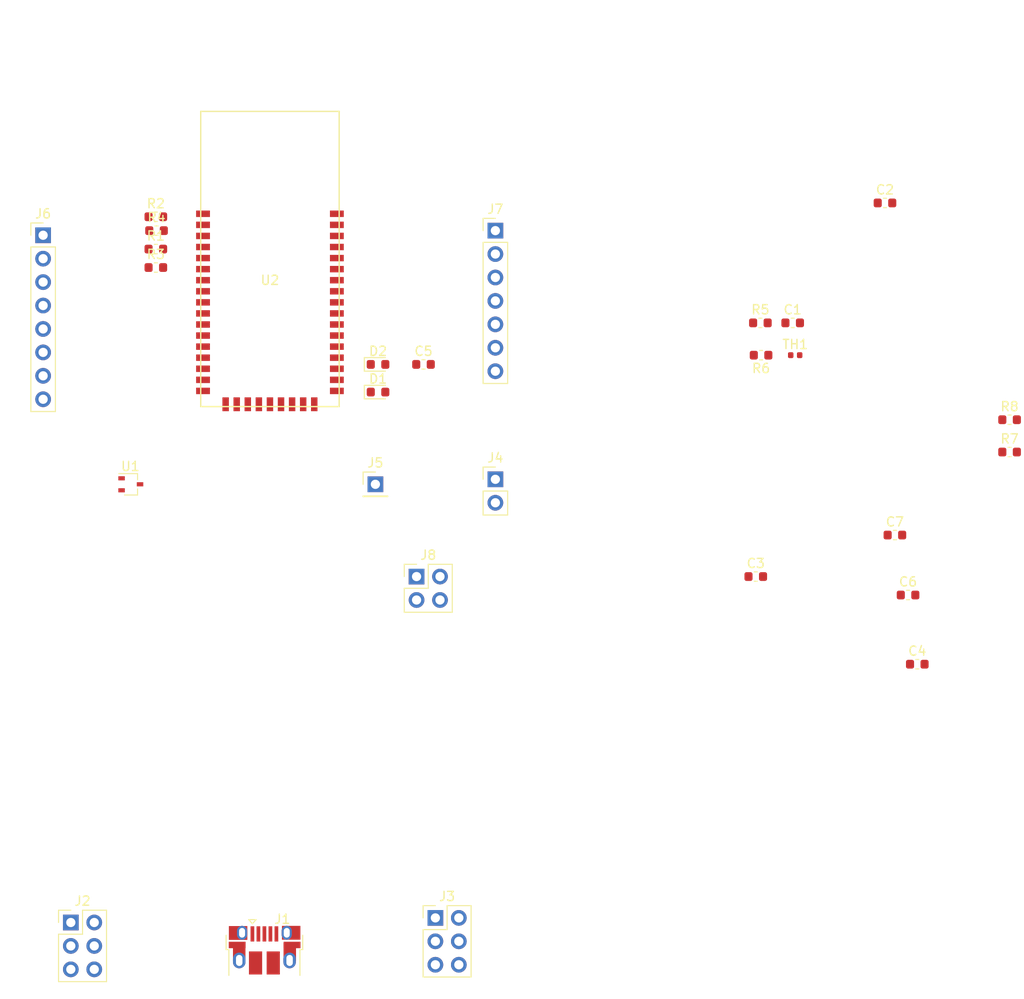
<source format=kicad_pcb>
(kicad_pcb (version 20171130) (host pcbnew "(5.0.1-3-g963ef8bb5)")

  (general
    (thickness 1.6)
    (drawings 0)
    (tracks 0)
    (zones 0)
    (modules 28)
    (nets 41)
  )

  (page A4)
  (layers
    (0 F.Cu signal)
    (31 B.Cu signal)
    (32 B.Adhes user)
    (33 F.Adhes user)
    (34 B.Paste user)
    (35 F.Paste user)
    (36 B.SilkS user)
    (37 F.SilkS user)
    (38 B.Mask user)
    (39 F.Mask user)
    (40 Dwgs.User user)
    (41 Cmts.User user)
    (42 Eco1.User user)
    (43 Eco2.User user)
    (44 Edge.Cuts user)
    (45 Margin user)
    (46 B.CrtYd user)
    (47 F.CrtYd user)
    (48 B.Fab user)
    (49 F.Fab user)
  )

  (setup
    (last_trace_width 0.25)
    (trace_clearance 0.2)
    (zone_clearance 0.508)
    (zone_45_only no)
    (trace_min 0.2)
    (segment_width 0.2)
    (edge_width 0.15)
    (via_size 0.8)
    (via_drill 0.4)
    (via_min_size 0.4)
    (via_min_drill 0.3)
    (uvia_size 0.3)
    (uvia_drill 0.1)
    (uvias_allowed no)
    (uvia_min_size 0.2)
    (uvia_min_drill 0.1)
    (pcb_text_width 0.3)
    (pcb_text_size 1.5 1.5)
    (mod_edge_width 0.15)
    (mod_text_size 1 1)
    (mod_text_width 0.15)
    (pad_size 1.524 1.524)
    (pad_drill 0.762)
    (pad_to_mask_clearance 0.051)
    (solder_mask_min_width 0.25)
    (aux_axis_origin 0 0)
    (visible_elements FFFFFF7F)
    (pcbplotparams
      (layerselection 0x010fc_ffffffff)
      (usegerberextensions false)
      (usegerberattributes false)
      (usegerberadvancedattributes false)
      (creategerberjobfile false)
      (excludeedgelayer true)
      (linewidth 0.100000)
      (plotframeref false)
      (viasonmask false)
      (mode 1)
      (useauxorigin false)
      (hpglpennumber 1)
      (hpglpenspeed 20)
      (hpglpendiameter 15.000000)
      (psnegative false)
      (psa4output false)
      (plotreference true)
      (plotvalue true)
      (plotinvisibletext false)
      (padsonsilk false)
      (subtractmaskfromsilk false)
      (outputformat 1)
      (mirror false)
      (drillshape 1)
      (scaleselection 1)
      (outputdirectory ""))
  )

  (net 0 "")
  (net 1 GND)
  (net 2 +BATT)
  (net 3 VBUS)
  (net 4 +3V3)
  (net 5 "Net-(C6-Pad1)")
  (net 6 "Net-(D1-Pad1)")
  (net 7 "Net-(D2-Pad1)")
  (net 8 /BT_WAKEUP)
  (net 9 /MCU_WAKEUP)
  (net 10 /HCI_RXD)
  (net 11 /HCI_TXD)
  (net 12 "Net-(J3-Pad3)")
  (net 13 "Net-(J3-Pad4)")
  (net 14 "Net-(J3-Pad5)")
  (net 15 "Net-(J3-Pad6)")
  (net 16 "Net-(J5-Pad1)")
  (net 17 "Net-(J6-Pad1)")
  (net 18 "Net-(J6-Pad2)")
  (net 19 "Net-(J6-Pad3)")
  (net 20 "Net-(J6-Pad4)")
  (net 21 "Net-(J6-Pad5)")
  (net 22 "Net-(J6-Pad6)")
  (net 23 "Net-(J6-Pad7)")
  (net 24 "Net-(J6-Pad8)")
  (net 25 "Net-(J7-Pad1)")
  (net 26 "Net-(J7-Pad2)")
  (net 27 "Net-(J7-Pad3)")
  (net 28 "Net-(J7-Pad4)")
  (net 29 "Net-(J7-Pad5)")
  (net 30 "Net-(J7-Pad6)")
  (net 31 "Net-(J7-Pad7)")
  (net 32 "Net-(J8-Pad1)")
  (net 33 "Net-(J8-Pad2)")
  (net 34 /P2_0)
  (net 35 "Net-(J8-Pad4)")
  (net 36 /SCLK)
  (net 37 /SD_IN)
  (net 38 /SD_OUT)
  (net 39 /WS)
  (net 40 "Net-(R6-Pad1)")

  (net_class Default "This is the default net class."
    (clearance 0.2)
    (trace_width 0.25)
    (via_dia 0.8)
    (via_drill 0.4)
    (uvia_dia 0.3)
    (uvia_drill 0.1)
    (add_net +3V3)
    (add_net +BATT)
    (add_net /BT_WAKEUP)
    (add_net /HCI_RXD)
    (add_net /HCI_TXD)
    (add_net /MCU_WAKEUP)
    (add_net /P2_0)
    (add_net /SCLK)
    (add_net /SD_IN)
    (add_net /SD_OUT)
    (add_net /WS)
    (add_net GND)
    (add_net "Net-(C6-Pad1)")
    (add_net "Net-(D1-Pad1)")
    (add_net "Net-(D2-Pad1)")
    (add_net "Net-(J3-Pad3)")
    (add_net "Net-(J3-Pad4)")
    (add_net "Net-(J3-Pad5)")
    (add_net "Net-(J3-Pad6)")
    (add_net "Net-(J5-Pad1)")
    (add_net "Net-(J6-Pad1)")
    (add_net "Net-(J6-Pad2)")
    (add_net "Net-(J6-Pad3)")
    (add_net "Net-(J6-Pad4)")
    (add_net "Net-(J6-Pad5)")
    (add_net "Net-(J6-Pad6)")
    (add_net "Net-(J6-Pad7)")
    (add_net "Net-(J6-Pad8)")
    (add_net "Net-(J7-Pad1)")
    (add_net "Net-(J7-Pad2)")
    (add_net "Net-(J7-Pad3)")
    (add_net "Net-(J7-Pad4)")
    (add_net "Net-(J7-Pad5)")
    (add_net "Net-(J7-Pad6)")
    (add_net "Net-(J7-Pad7)")
    (add_net "Net-(J8-Pad1)")
    (add_net "Net-(J8-Pad2)")
    (add_net "Net-(J8-Pad4)")
    (add_net "Net-(R6-Pad1)")
    (add_net VBUS)
  )

  (module Capacitor_SMD:C_0603_1608Metric (layer F.Cu) (tedit 5B301BBE) (tstamp 5C02456F)
    (at 195.7125 96)
    (descr "Capacitor SMD 0603 (1608 Metric), square (rectangular) end terminal, IPC_7351 nominal, (Body size source: http://www.tortai-tech.com/upload/download/2011102023233369053.pdf), generated with kicad-footprint-generator")
    (tags capacitor)
    (path /5BBF1784)
    (attr smd)
    (fp_text reference C1 (at 0 -1.43) (layer F.SilkS)
      (effects (font (size 1 1) (thickness 0.15)))
    )
    (fp_text value 0.1uF/16V (at 0 1.43) (layer F.Fab)
      (effects (font (size 1 1) (thickness 0.15)))
    )
    (fp_text user %R (at 0 0) (layer F.Fab)
      (effects (font (size 0.4 0.4) (thickness 0.06)))
    )
    (fp_line (start 1.48 0.73) (end -1.48 0.73) (layer F.CrtYd) (width 0.05))
    (fp_line (start 1.48 -0.73) (end 1.48 0.73) (layer F.CrtYd) (width 0.05))
    (fp_line (start -1.48 -0.73) (end 1.48 -0.73) (layer F.CrtYd) (width 0.05))
    (fp_line (start -1.48 0.73) (end -1.48 -0.73) (layer F.CrtYd) (width 0.05))
    (fp_line (start -0.162779 0.51) (end 0.162779 0.51) (layer F.SilkS) (width 0.12))
    (fp_line (start -0.162779 -0.51) (end 0.162779 -0.51) (layer F.SilkS) (width 0.12))
    (fp_line (start 0.8 0.4) (end -0.8 0.4) (layer F.Fab) (width 0.1))
    (fp_line (start 0.8 -0.4) (end 0.8 0.4) (layer F.Fab) (width 0.1))
    (fp_line (start -0.8 -0.4) (end 0.8 -0.4) (layer F.Fab) (width 0.1))
    (fp_line (start -0.8 0.4) (end -0.8 -0.4) (layer F.Fab) (width 0.1))
    (pad 2 smd roundrect (at 0.7875 0) (size 0.875 0.95) (layers F.Cu F.Paste F.Mask) (roundrect_rratio 0.25)
      (net 1 GND))
    (pad 1 smd roundrect (at -0.7875 0) (size 0.875 0.95) (layers F.Cu F.Paste F.Mask) (roundrect_rratio 0.25)
      (net 2 +BATT))
    (model ${KISYS3DMOD}/Capacitor_SMD.3dshapes/C_0603_1608Metric.wrl
      (at (xyz 0 0 0))
      (scale (xyz 1 1 1))
      (rotate (xyz 0 0 0))
    )
  )

  (module Capacitor_SMD:C_0603_1608Metric (layer F.Cu) (tedit 5B301BBE) (tstamp 5C024580)
    (at 205.7125 83)
    (descr "Capacitor SMD 0603 (1608 Metric), square (rectangular) end terminal, IPC_7351 nominal, (Body size source: http://www.tortai-tech.com/upload/download/2011102023233369053.pdf), generated with kicad-footprint-generator")
    (tags capacitor)
    (path /5BBF84DD)
    (attr smd)
    (fp_text reference C2 (at 0 -1.43) (layer F.SilkS)
      (effects (font (size 1 1) (thickness 0.15)))
    )
    (fp_text value 0.1uF/16V (at 0 1.43) (layer F.Fab)
      (effects (font (size 1 1) (thickness 0.15)))
    )
    (fp_line (start -0.8 0.4) (end -0.8 -0.4) (layer F.Fab) (width 0.1))
    (fp_line (start -0.8 -0.4) (end 0.8 -0.4) (layer F.Fab) (width 0.1))
    (fp_line (start 0.8 -0.4) (end 0.8 0.4) (layer F.Fab) (width 0.1))
    (fp_line (start 0.8 0.4) (end -0.8 0.4) (layer F.Fab) (width 0.1))
    (fp_line (start -0.162779 -0.51) (end 0.162779 -0.51) (layer F.SilkS) (width 0.12))
    (fp_line (start -0.162779 0.51) (end 0.162779 0.51) (layer F.SilkS) (width 0.12))
    (fp_line (start -1.48 0.73) (end -1.48 -0.73) (layer F.CrtYd) (width 0.05))
    (fp_line (start -1.48 -0.73) (end 1.48 -0.73) (layer F.CrtYd) (width 0.05))
    (fp_line (start 1.48 -0.73) (end 1.48 0.73) (layer F.CrtYd) (width 0.05))
    (fp_line (start 1.48 0.73) (end -1.48 0.73) (layer F.CrtYd) (width 0.05))
    (fp_text user %R (at 0 0) (layer F.Fab)
      (effects (font (size 0.4 0.4) (thickness 0.06)))
    )
    (pad 1 smd roundrect (at -0.7875 0) (size 0.875 0.95) (layers F.Cu F.Paste F.Mask) (roundrect_rratio 0.25)
      (net 3 VBUS))
    (pad 2 smd roundrect (at 0.7875 0) (size 0.875 0.95) (layers F.Cu F.Paste F.Mask) (roundrect_rratio 0.25)
      (net 1 GND))
    (model ${KISYS3DMOD}/Capacitor_SMD.3dshapes/C_0603_1608Metric.wrl
      (at (xyz 0 0 0))
      (scale (xyz 1 1 1))
      (rotate (xyz 0 0 0))
    )
  )

  (module Capacitor_SMD:C_0603_1608Metric (layer F.Cu) (tedit 5B301BBE) (tstamp 5C024591)
    (at 191.7125 123.5)
    (descr "Capacitor SMD 0603 (1608 Metric), square (rectangular) end terminal, IPC_7351 nominal, (Body size source: http://www.tortai-tech.com/upload/download/2011102023233369053.pdf), generated with kicad-footprint-generator")
    (tags capacitor)
    (path /5BBF1710)
    (attr smd)
    (fp_text reference C3 (at 0 -1.43) (layer F.SilkS)
      (effects (font (size 1 1) (thickness 0.15)))
    )
    (fp_text value 1uF/16V (at 0 1.43) (layer F.Fab)
      (effects (font (size 1 1) (thickness 0.15)))
    )
    (fp_line (start -0.8 0.4) (end -0.8 -0.4) (layer F.Fab) (width 0.1))
    (fp_line (start -0.8 -0.4) (end 0.8 -0.4) (layer F.Fab) (width 0.1))
    (fp_line (start 0.8 -0.4) (end 0.8 0.4) (layer F.Fab) (width 0.1))
    (fp_line (start 0.8 0.4) (end -0.8 0.4) (layer F.Fab) (width 0.1))
    (fp_line (start -0.162779 -0.51) (end 0.162779 -0.51) (layer F.SilkS) (width 0.12))
    (fp_line (start -0.162779 0.51) (end 0.162779 0.51) (layer F.SilkS) (width 0.12))
    (fp_line (start -1.48 0.73) (end -1.48 -0.73) (layer F.CrtYd) (width 0.05))
    (fp_line (start -1.48 -0.73) (end 1.48 -0.73) (layer F.CrtYd) (width 0.05))
    (fp_line (start 1.48 -0.73) (end 1.48 0.73) (layer F.CrtYd) (width 0.05))
    (fp_line (start 1.48 0.73) (end -1.48 0.73) (layer F.CrtYd) (width 0.05))
    (fp_text user %R (at 0 0) (layer F.Fab)
      (effects (font (size 0.4 0.4) (thickness 0.06)))
    )
    (pad 1 smd roundrect (at -0.7875 0) (size 0.875 0.95) (layers F.Cu F.Paste F.Mask) (roundrect_rratio 0.25)
      (net 2 +BATT))
    (pad 2 smd roundrect (at 0.7875 0) (size 0.875 0.95) (layers F.Cu F.Paste F.Mask) (roundrect_rratio 0.25)
      (net 1 GND))
    (model ${KISYS3DMOD}/Capacitor_SMD.3dshapes/C_0603_1608Metric.wrl
      (at (xyz 0 0 0))
      (scale (xyz 1 1 1))
      (rotate (xyz 0 0 0))
    )
  )

  (module Capacitor_SMD:C_0603_1608Metric (layer F.Cu) (tedit 5B301BBE) (tstamp 5C0245A2)
    (at 209.2125 133)
    (descr "Capacitor SMD 0603 (1608 Metric), square (rectangular) end terminal, IPC_7351 nominal, (Body size source: http://www.tortai-tech.com/upload/download/2011102023233369053.pdf), generated with kicad-footprint-generator")
    (tags capacitor)
    (path /5BBF8565)
    (attr smd)
    (fp_text reference C4 (at 0 -1.43) (layer F.SilkS)
      (effects (font (size 1 1) (thickness 0.15)))
    )
    (fp_text value 1uF/16V (at 0 1.43) (layer F.Fab)
      (effects (font (size 1 1) (thickness 0.15)))
    )
    (fp_text user %R (at 0 0) (layer F.Fab)
      (effects (font (size 0.4 0.4) (thickness 0.06)))
    )
    (fp_line (start 1.48 0.73) (end -1.48 0.73) (layer F.CrtYd) (width 0.05))
    (fp_line (start 1.48 -0.73) (end 1.48 0.73) (layer F.CrtYd) (width 0.05))
    (fp_line (start -1.48 -0.73) (end 1.48 -0.73) (layer F.CrtYd) (width 0.05))
    (fp_line (start -1.48 0.73) (end -1.48 -0.73) (layer F.CrtYd) (width 0.05))
    (fp_line (start -0.162779 0.51) (end 0.162779 0.51) (layer F.SilkS) (width 0.12))
    (fp_line (start -0.162779 -0.51) (end 0.162779 -0.51) (layer F.SilkS) (width 0.12))
    (fp_line (start 0.8 0.4) (end -0.8 0.4) (layer F.Fab) (width 0.1))
    (fp_line (start 0.8 -0.4) (end 0.8 0.4) (layer F.Fab) (width 0.1))
    (fp_line (start -0.8 -0.4) (end 0.8 -0.4) (layer F.Fab) (width 0.1))
    (fp_line (start -0.8 0.4) (end -0.8 -0.4) (layer F.Fab) (width 0.1))
    (pad 2 smd roundrect (at 0.7875 0) (size 0.875 0.95) (layers F.Cu F.Paste F.Mask) (roundrect_rratio 0.25)
      (net 1 GND))
    (pad 1 smd roundrect (at -0.7875 0) (size 0.875 0.95) (layers F.Cu F.Paste F.Mask) (roundrect_rratio 0.25)
      (net 3 VBUS))
    (model ${KISYS3DMOD}/Capacitor_SMD.3dshapes/C_0603_1608Metric.wrl
      (at (xyz 0 0 0))
      (scale (xyz 1 1 1))
      (rotate (xyz 0 0 0))
    )
  )

  (module Capacitor_SMD:C_0603_1608Metric (layer F.Cu) (tedit 5B301BBE) (tstamp 5C0245B3)
    (at 155.7125 100.5)
    (descr "Capacitor SMD 0603 (1608 Metric), square (rectangular) end terminal, IPC_7351 nominal, (Body size source: http://www.tortai-tech.com/upload/download/2011102023233369053.pdf), generated with kicad-footprint-generator")
    (tags capacitor)
    (path /5BC71878)
    (attr smd)
    (fp_text reference C5 (at 0 -1.43) (layer F.SilkS)
      (effects (font (size 1 1) (thickness 0.15)))
    )
    (fp_text value 0.1uf (at 0 1.43) (layer F.Fab)
      (effects (font (size 1 1) (thickness 0.15)))
    )
    (fp_line (start -0.8 0.4) (end -0.8 -0.4) (layer F.Fab) (width 0.1))
    (fp_line (start -0.8 -0.4) (end 0.8 -0.4) (layer F.Fab) (width 0.1))
    (fp_line (start 0.8 -0.4) (end 0.8 0.4) (layer F.Fab) (width 0.1))
    (fp_line (start 0.8 0.4) (end -0.8 0.4) (layer F.Fab) (width 0.1))
    (fp_line (start -0.162779 -0.51) (end 0.162779 -0.51) (layer F.SilkS) (width 0.12))
    (fp_line (start -0.162779 0.51) (end 0.162779 0.51) (layer F.SilkS) (width 0.12))
    (fp_line (start -1.48 0.73) (end -1.48 -0.73) (layer F.CrtYd) (width 0.05))
    (fp_line (start -1.48 -0.73) (end 1.48 -0.73) (layer F.CrtYd) (width 0.05))
    (fp_line (start 1.48 -0.73) (end 1.48 0.73) (layer F.CrtYd) (width 0.05))
    (fp_line (start 1.48 0.73) (end -1.48 0.73) (layer F.CrtYd) (width 0.05))
    (fp_text user %R (at 0 0) (layer F.Fab)
      (effects (font (size 0.4 0.4) (thickness 0.06)))
    )
    (pad 1 smd roundrect (at -0.7875 0) (size 0.875 0.95) (layers F.Cu F.Paste F.Mask) (roundrect_rratio 0.25)
      (net 4 +3V3))
    (pad 2 smd roundrect (at 0.7875 0) (size 0.875 0.95) (layers F.Cu F.Paste F.Mask) (roundrect_rratio 0.25)
      (net 1 GND))
    (model ${KISYS3DMOD}/Capacitor_SMD.3dshapes/C_0603_1608Metric.wrl
      (at (xyz 0 0 0))
      (scale (xyz 1 1 1))
      (rotate (xyz 0 0 0))
    )
  )

  (module Capacitor_SMD:C_0603_1608Metric (layer F.Cu) (tedit 5B301BBE) (tstamp 5C0245C4)
    (at 208.2125 125.5)
    (descr "Capacitor SMD 0603 (1608 Metric), square (rectangular) end terminal, IPC_7351 nominal, (Body size source: http://www.tortai-tech.com/upload/download/2011102023233369053.pdf), generated with kicad-footprint-generator")
    (tags capacitor)
    (path /5BC9E2A2)
    (attr smd)
    (fp_text reference C6 (at 0 -1.43) (layer F.SilkS)
      (effects (font (size 1 1) (thickness 0.15)))
    )
    (fp_text value 1.0uF/16V (at 0 1.43) (layer F.Fab)
      (effects (font (size 1 1) (thickness 0.15)))
    )
    (fp_text user %R (at 0 0) (layer F.Fab)
      (effects (font (size 0.4 0.4) (thickness 0.06)))
    )
    (fp_line (start 1.48 0.73) (end -1.48 0.73) (layer F.CrtYd) (width 0.05))
    (fp_line (start 1.48 -0.73) (end 1.48 0.73) (layer F.CrtYd) (width 0.05))
    (fp_line (start -1.48 -0.73) (end 1.48 -0.73) (layer F.CrtYd) (width 0.05))
    (fp_line (start -1.48 0.73) (end -1.48 -0.73) (layer F.CrtYd) (width 0.05))
    (fp_line (start -0.162779 0.51) (end 0.162779 0.51) (layer F.SilkS) (width 0.12))
    (fp_line (start -0.162779 -0.51) (end 0.162779 -0.51) (layer F.SilkS) (width 0.12))
    (fp_line (start 0.8 0.4) (end -0.8 0.4) (layer F.Fab) (width 0.1))
    (fp_line (start 0.8 -0.4) (end 0.8 0.4) (layer F.Fab) (width 0.1))
    (fp_line (start -0.8 -0.4) (end 0.8 -0.4) (layer F.Fab) (width 0.1))
    (fp_line (start -0.8 0.4) (end -0.8 -0.4) (layer F.Fab) (width 0.1))
    (pad 2 smd roundrect (at 0.7875 0) (size 0.875 0.95) (layers F.Cu F.Paste F.Mask) (roundrect_rratio 0.25)
      (net 1 GND))
    (pad 1 smd roundrect (at -0.7875 0) (size 0.875 0.95) (layers F.Cu F.Paste F.Mask) (roundrect_rratio 0.25)
      (net 5 "Net-(C6-Pad1)"))
    (model ${KISYS3DMOD}/Capacitor_SMD.3dshapes/C_0603_1608Metric.wrl
      (at (xyz 0 0 0))
      (scale (xyz 1 1 1))
      (rotate (xyz 0 0 0))
    )
  )

  (module Capacitor_SMD:C_0603_1608Metric (layer F.Cu) (tedit 5B301BBE) (tstamp 5C0245D5)
    (at 206.7875 119)
    (descr "Capacitor SMD 0603 (1608 Metric), square (rectangular) end terminal, IPC_7351 nominal, (Body size source: http://www.tortai-tech.com/upload/download/2011102023233369053.pdf), generated with kicad-footprint-generator")
    (tags capacitor)
    (path /5BCD6D08)
    (attr smd)
    (fp_text reference C7 (at 0 -1.43) (layer F.SilkS)
      (effects (font (size 1 1) (thickness 0.15)))
    )
    (fp_text value 0.1uF/16V (at 0 1.43) (layer F.Fab)
      (effects (font (size 1 1) (thickness 0.15)))
    )
    (fp_line (start -0.8 0.4) (end -0.8 -0.4) (layer F.Fab) (width 0.1))
    (fp_line (start -0.8 -0.4) (end 0.8 -0.4) (layer F.Fab) (width 0.1))
    (fp_line (start 0.8 -0.4) (end 0.8 0.4) (layer F.Fab) (width 0.1))
    (fp_line (start 0.8 0.4) (end -0.8 0.4) (layer F.Fab) (width 0.1))
    (fp_line (start -0.162779 -0.51) (end 0.162779 -0.51) (layer F.SilkS) (width 0.12))
    (fp_line (start -0.162779 0.51) (end 0.162779 0.51) (layer F.SilkS) (width 0.12))
    (fp_line (start -1.48 0.73) (end -1.48 -0.73) (layer F.CrtYd) (width 0.05))
    (fp_line (start -1.48 -0.73) (end 1.48 -0.73) (layer F.CrtYd) (width 0.05))
    (fp_line (start 1.48 -0.73) (end 1.48 0.73) (layer F.CrtYd) (width 0.05))
    (fp_line (start 1.48 0.73) (end -1.48 0.73) (layer F.CrtYd) (width 0.05))
    (fp_text user %R (at 0 0) (layer F.Fab)
      (effects (font (size 0.4 0.4) (thickness 0.06)))
    )
    (pad 1 smd roundrect (at -0.7875 0) (size 0.875 0.95) (layers F.Cu F.Paste F.Mask) (roundrect_rratio 0.25)
      (net 2 +BATT))
    (pad 2 smd roundrect (at 0.7875 0) (size 0.875 0.95) (layers F.Cu F.Paste F.Mask) (roundrect_rratio 0.25)
      (net 1 GND))
    (model ${KISYS3DMOD}/Capacitor_SMD.3dshapes/C_0603_1608Metric.wrl
      (at (xyz 0 0 0))
      (scale (xyz 1 1 1))
      (rotate (xyz 0 0 0))
    )
  )

  (module Diode_SMD:D_0603_1608Metric (layer F.Cu) (tedit 5B301BBE) (tstamp 5C0245E8)
    (at 150.7875 103.5)
    (descr "Diode SMD 0603 (1608 Metric), square (rectangular) end terminal, IPC_7351 nominal, (Body size source: http://www.tortai-tech.com/upload/download/2011102023233369053.pdf), generated with kicad-footprint-generator")
    (tags diode)
    (path /5BBEF48A)
    (attr smd)
    (fp_text reference D1 (at 0 -1.43) (layer F.SilkS)
      (effects (font (size 1 1) (thickness 0.15)))
    )
    (fp_text value LED (at 0 1.43) (layer F.Fab)
      (effects (font (size 1 1) (thickness 0.15)))
    )
    (fp_line (start 0.8 -0.4) (end -0.5 -0.4) (layer F.Fab) (width 0.1))
    (fp_line (start -0.5 -0.4) (end -0.8 -0.1) (layer F.Fab) (width 0.1))
    (fp_line (start -0.8 -0.1) (end -0.8 0.4) (layer F.Fab) (width 0.1))
    (fp_line (start -0.8 0.4) (end 0.8 0.4) (layer F.Fab) (width 0.1))
    (fp_line (start 0.8 0.4) (end 0.8 -0.4) (layer F.Fab) (width 0.1))
    (fp_line (start 0.8 -0.735) (end -1.485 -0.735) (layer F.SilkS) (width 0.12))
    (fp_line (start -1.485 -0.735) (end -1.485 0.735) (layer F.SilkS) (width 0.12))
    (fp_line (start -1.485 0.735) (end 0.8 0.735) (layer F.SilkS) (width 0.12))
    (fp_line (start -1.48 0.73) (end -1.48 -0.73) (layer F.CrtYd) (width 0.05))
    (fp_line (start -1.48 -0.73) (end 1.48 -0.73) (layer F.CrtYd) (width 0.05))
    (fp_line (start 1.48 -0.73) (end 1.48 0.73) (layer F.CrtYd) (width 0.05))
    (fp_line (start 1.48 0.73) (end -1.48 0.73) (layer F.CrtYd) (width 0.05))
    (fp_text user %R (at 0 0) (layer F.Fab)
      (effects (font (size 0.4 0.4) (thickness 0.06)))
    )
    (pad 1 smd roundrect (at -0.7875 0) (size 0.875 0.95) (layers F.Cu F.Paste F.Mask) (roundrect_rratio 0.25)
      (net 6 "Net-(D1-Pad1)"))
    (pad 2 smd roundrect (at 0.7875 0) (size 0.875 0.95) (layers F.Cu F.Paste F.Mask) (roundrect_rratio 0.25)
      (net 4 +3V3))
    (model ${KISYS3DMOD}/Diode_SMD.3dshapes/D_0603_1608Metric.wrl
      (at (xyz 0 0 0))
      (scale (xyz 1 1 1))
      (rotate (xyz 0 0 0))
    )
  )

  (module Diode_SMD:D_0603_1608Metric (layer F.Cu) (tedit 5B301BBE) (tstamp 5C0245FB)
    (at 150.7875 100.5)
    (descr "Diode SMD 0603 (1608 Metric), square (rectangular) end terminal, IPC_7351 nominal, (Body size source: http://www.tortai-tech.com/upload/download/2011102023233369053.pdf), generated with kicad-footprint-generator")
    (tags diode)
    (path /5BBEF508)
    (attr smd)
    (fp_text reference D2 (at 0 -1.43) (layer F.SilkS)
      (effects (font (size 1 1) (thickness 0.15)))
    )
    (fp_text value LED (at 0 1.43) (layer F.Fab)
      (effects (font (size 1 1) (thickness 0.15)))
    )
    (fp_text user %R (at 0 0) (layer F.Fab)
      (effects (font (size 0.4 0.4) (thickness 0.06)))
    )
    (fp_line (start 1.48 0.73) (end -1.48 0.73) (layer F.CrtYd) (width 0.05))
    (fp_line (start 1.48 -0.73) (end 1.48 0.73) (layer F.CrtYd) (width 0.05))
    (fp_line (start -1.48 -0.73) (end 1.48 -0.73) (layer F.CrtYd) (width 0.05))
    (fp_line (start -1.48 0.73) (end -1.48 -0.73) (layer F.CrtYd) (width 0.05))
    (fp_line (start -1.485 0.735) (end 0.8 0.735) (layer F.SilkS) (width 0.12))
    (fp_line (start -1.485 -0.735) (end -1.485 0.735) (layer F.SilkS) (width 0.12))
    (fp_line (start 0.8 -0.735) (end -1.485 -0.735) (layer F.SilkS) (width 0.12))
    (fp_line (start 0.8 0.4) (end 0.8 -0.4) (layer F.Fab) (width 0.1))
    (fp_line (start -0.8 0.4) (end 0.8 0.4) (layer F.Fab) (width 0.1))
    (fp_line (start -0.8 -0.1) (end -0.8 0.4) (layer F.Fab) (width 0.1))
    (fp_line (start -0.5 -0.4) (end -0.8 -0.1) (layer F.Fab) (width 0.1))
    (fp_line (start 0.8 -0.4) (end -0.5 -0.4) (layer F.Fab) (width 0.1))
    (pad 2 smd roundrect (at 0.7875 0) (size 0.875 0.95) (layers F.Cu F.Paste F.Mask) (roundrect_rratio 0.25)
      (net 4 +3V3))
    (pad 1 smd roundrect (at -0.7875 0) (size 0.875 0.95) (layers F.Cu F.Paste F.Mask) (roundrect_rratio 0.25)
      (net 7 "Net-(D2-Pad1)"))
    (model ${KISYS3DMOD}/Diode_SMD.3dshapes/D_0603_1608Metric.wrl
      (at (xyz 0 0 0))
      (scale (xyz 1 1 1))
      (rotate (xyz 0 0 0))
    )
  )

  (module Connector_USB:USB_Micro-B_Amphenol_10103594-0001LF_Horizontal (layer F.Cu) (tedit 5A1DC0BD) (tstamp 5C024625)
    (at 138.5 164)
    (descr "Micro USB Type B 10103594-0001LF, http://cdn.amphenol-icc.com/media/wysiwyg/files/drawing/10103594.pdf")
    (tags "USB USB_B USB_micro USB_OTG")
    (path /5BBF7F4C)
    (attr smd)
    (fp_text reference J1 (at 1.925 -3.365) (layer F.SilkS)
      (effects (font (size 1 1) (thickness 0.15)))
    )
    (fp_text value USB_B_Micro (at -0.025 4.435) (layer F.Fab)
      (effects (font (size 1 1) (thickness 0.15)))
    )
    (fp_text user "PCB edge" (at -0.025 2.235) (layer Dwgs.User)
      (effects (font (size 0.5 0.5) (thickness 0.075)))
    )
    (fp_text user %R (at -0.025 -0.015) (layer F.Fab)
      (effects (font (size 1 1) (thickness 0.15)))
    )
    (fp_line (start -4.175 -0.065) (end -4.175 -1.615) (layer F.SilkS) (width 0.12))
    (fp_line (start -4.175 -0.065) (end -3.875 -0.065) (layer F.SilkS) (width 0.12))
    (fp_line (start -3.875 2.735) (end -3.875 -0.065) (layer F.SilkS) (width 0.12))
    (fp_line (start 4.125 -0.065) (end 4.125 -1.615) (layer F.SilkS) (width 0.12))
    (fp_line (start 3.825 -0.065) (end 4.125 -0.065) (layer F.SilkS) (width 0.12))
    (fp_line (start 3.825 2.735) (end 3.825 -0.065) (layer F.SilkS) (width 0.12))
    (fp_line (start -0.925 -3.315) (end -1.325 -2.865) (layer F.SilkS) (width 0.12))
    (fp_line (start -1.725 -3.315) (end -0.925 -3.315) (layer F.SilkS) (width 0.12))
    (fp_line (start -1.325 -2.865) (end -1.725 -3.315) (layer F.SilkS) (width 0.12))
    (fp_line (start -3.775 -0.865) (end -2.975 -1.615) (layer F.Fab) (width 0.12))
    (fp_line (start 3.725 3.335) (end -3.775 3.335) (layer F.Fab) (width 0.12))
    (fp_line (start 3.725 -1.615) (end 3.725 3.335) (layer F.Fab) (width 0.12))
    (fp_line (start -2.975 -1.615) (end 3.725 -1.615) (layer F.Fab) (width 0.12))
    (fp_line (start -3.775 3.335) (end -3.775 -0.865) (layer F.Fab) (width 0.12))
    (fp_line (start -4.025 2.835) (end 3.975 2.835) (layer Dwgs.User) (width 0.1))
    (fp_line (start -4.13 -2.88) (end 4.14 -2.88) (layer F.CrtYd) (width 0.05))
    (fp_line (start -4.13 -2.88) (end -4.13 3.58) (layer F.CrtYd) (width 0.05))
    (fp_line (start 4.14 3.58) (end 4.14 -2.88) (layer F.CrtYd) (width 0.05))
    (fp_line (start 4.14 3.58) (end -4.13 3.58) (layer F.CrtYd) (width 0.05))
    (pad 6 smd rect (at 2.725 0.185) (size 1.35 2) (layers F.Cu F.Paste F.Mask)
      (net 1 GND))
    (pad 6 smd rect (at -2.755 0.185) (size 1.35 2) (layers F.Cu F.Paste F.Mask)
      (net 1 GND))
    (pad 6 smd rect (at -2.975 -0.565) (size 1.825 0.7) (layers F.Cu F.Paste F.Mask)
      (net 1 GND))
    (pad 6 smd rect (at 2.975 -0.565) (size 1.825 0.7) (layers F.Cu F.Paste F.Mask)
      (net 1 GND))
    (pad 6 smd rect (at -2.875 -1.865) (size 2 1.5) (layers F.Cu F.Paste F.Mask)
      (net 1 GND))
    (pad 6 smd rect (at 2.875 -1.885) (size 2 1.5) (layers F.Cu F.Paste F.Mask)
      (net 1 GND))
    (pad 1 smd rect (at -1.325 -1.765 90) (size 1.65 0.4) (layers F.Cu F.Paste F.Mask)
      (net 3 VBUS))
    (pad 2 smd rect (at -0.675 -1.765 90) (size 1.65 0.4) (layers F.Cu F.Paste F.Mask))
    (pad 3 smd rect (at -0.025 -1.765 90) (size 1.65 0.4) (layers F.Cu F.Paste F.Mask))
    (pad 4 smd rect (at 0.625 -1.765 90) (size 1.65 0.4) (layers F.Cu F.Paste F.Mask))
    (pad 5 smd rect (at 1.275 -1.765 90) (size 1.65 0.4) (layers F.Cu F.Paste F.Mask)
      (net 1 GND))
    (pad 6 thru_hole oval (at -2.445 -1.885 90) (size 1.5 1.1) (drill oval 1.05 0.65) (layers *.Cu *.Mask)
      (net 1 GND))
    (pad 6 thru_hole oval (at 2.395 -1.885 90) (size 1.5 1.1) (drill oval 1.05 0.65) (layers *.Cu *.Mask)
      (net 1 GND))
    (pad 6 thru_hole oval (at -2.755 1.115 90) (size 1.7 1.35) (drill oval 1.2 0.7) (layers *.Cu *.Mask)
      (net 1 GND))
    (pad 6 thru_hole oval (at 2.705 1.115 90) (size 1.7 1.35) (drill oval 1.2 0.7) (layers *.Cu *.Mask)
      (net 1 GND))
    (pad 6 smd rect (at -0.985 1.385 90) (size 2.5 1.43) (layers F.Cu F.Paste F.Mask)
      (net 1 GND))
    (pad 6 smd rect (at 0.935 1.385 90) (size 2.5 1.43) (layers F.Cu F.Paste F.Mask)
      (net 1 GND))
    (model ${KISYS3DMOD}/Connector_USB.3dshapes/USB_Micro-B_Amphenol_10103594-0001LF_Horizontal.wrl
      (at (xyz 0 0 0))
      (scale (xyz 1 1 1))
      (rotate (xyz 0 0 0))
    )
  )

  (module Connector_PinHeader_2.54mm:PinHeader_2x03_P2.54mm_Vertical (layer F.Cu) (tedit 59FED5CC) (tstamp 5C024641)
    (at 117.5 161)
    (descr "Through hole straight pin header, 2x03, 2.54mm pitch, double rows")
    (tags "Through hole pin header THT 2x03 2.54mm double row")
    (path /5BC18B9F)
    (fp_text reference J2 (at 1.27 -2.33) (layer F.SilkS)
      (effects (font (size 1 1) (thickness 0.15)))
    )
    (fp_text value Conn_02x03_Odd_Even (at 1.27 7.41) (layer F.Fab)
      (effects (font (size 1 1) (thickness 0.15)))
    )
    (fp_text user %R (at 1.27 2.54 90) (layer F.Fab)
      (effects (font (size 1 1) (thickness 0.15)))
    )
    (fp_line (start 4.35 -1.8) (end -1.8 -1.8) (layer F.CrtYd) (width 0.05))
    (fp_line (start 4.35 6.85) (end 4.35 -1.8) (layer F.CrtYd) (width 0.05))
    (fp_line (start -1.8 6.85) (end 4.35 6.85) (layer F.CrtYd) (width 0.05))
    (fp_line (start -1.8 -1.8) (end -1.8 6.85) (layer F.CrtYd) (width 0.05))
    (fp_line (start -1.33 -1.33) (end 0 -1.33) (layer F.SilkS) (width 0.12))
    (fp_line (start -1.33 0) (end -1.33 -1.33) (layer F.SilkS) (width 0.12))
    (fp_line (start 1.27 -1.33) (end 3.87 -1.33) (layer F.SilkS) (width 0.12))
    (fp_line (start 1.27 1.27) (end 1.27 -1.33) (layer F.SilkS) (width 0.12))
    (fp_line (start -1.33 1.27) (end 1.27 1.27) (layer F.SilkS) (width 0.12))
    (fp_line (start 3.87 -1.33) (end 3.87 6.41) (layer F.SilkS) (width 0.12))
    (fp_line (start -1.33 1.27) (end -1.33 6.41) (layer F.SilkS) (width 0.12))
    (fp_line (start -1.33 6.41) (end 3.87 6.41) (layer F.SilkS) (width 0.12))
    (fp_line (start -1.27 0) (end 0 -1.27) (layer F.Fab) (width 0.1))
    (fp_line (start -1.27 6.35) (end -1.27 0) (layer F.Fab) (width 0.1))
    (fp_line (start 3.81 6.35) (end -1.27 6.35) (layer F.Fab) (width 0.1))
    (fp_line (start 3.81 -1.27) (end 3.81 6.35) (layer F.Fab) (width 0.1))
    (fp_line (start 0 -1.27) (end 3.81 -1.27) (layer F.Fab) (width 0.1))
    (pad 6 thru_hole oval (at 2.54 5.08) (size 1.7 1.7) (drill 1) (layers *.Cu *.Mask)
      (net 8 /BT_WAKEUP))
    (pad 5 thru_hole oval (at 0 5.08) (size 1.7 1.7) (drill 1) (layers *.Cu *.Mask)
      (net 9 /MCU_WAKEUP))
    (pad 4 thru_hole oval (at 2.54 2.54) (size 1.7 1.7) (drill 1) (layers *.Cu *.Mask)
      (net 10 /HCI_RXD))
    (pad 3 thru_hole oval (at 0 2.54) (size 1.7 1.7) (drill 1) (layers *.Cu *.Mask)
      (net 11 /HCI_TXD))
    (pad 2 thru_hole oval (at 2.54 0) (size 1.7 1.7) (drill 1) (layers *.Cu *.Mask)
      (net 1 GND))
    (pad 1 thru_hole rect (at 0 0) (size 1.7 1.7) (drill 1) (layers *.Cu *.Mask)
      (net 4 +3V3))
    (model ${KISYS3DMOD}/Connector_PinHeader_2.54mm.3dshapes/PinHeader_2x03_P2.54mm_Vertical.wrl
      (at (xyz 0 0 0))
      (scale (xyz 1 1 1))
      (rotate (xyz 0 0 0))
    )
  )

  (module Connector_PinHeader_2.54mm:PinHeader_2x03_P2.54mm_Vertical (layer F.Cu) (tedit 59FED5CC) (tstamp 5C02465D)
    (at 157 160.5)
    (descr "Through hole straight pin header, 2x03, 2.54mm pitch, double rows")
    (tags "Through hole pin header THT 2x03 2.54mm double row")
    (path /5BC18ACC)
    (fp_text reference J3 (at 1.27 -2.33) (layer F.SilkS)
      (effects (font (size 1 1) (thickness 0.15)))
    )
    (fp_text value Conn_02x03_Odd_Even (at 1.27 7.41) (layer F.Fab)
      (effects (font (size 1 1) (thickness 0.15)))
    )
    (fp_line (start 0 -1.27) (end 3.81 -1.27) (layer F.Fab) (width 0.1))
    (fp_line (start 3.81 -1.27) (end 3.81 6.35) (layer F.Fab) (width 0.1))
    (fp_line (start 3.81 6.35) (end -1.27 6.35) (layer F.Fab) (width 0.1))
    (fp_line (start -1.27 6.35) (end -1.27 0) (layer F.Fab) (width 0.1))
    (fp_line (start -1.27 0) (end 0 -1.27) (layer F.Fab) (width 0.1))
    (fp_line (start -1.33 6.41) (end 3.87 6.41) (layer F.SilkS) (width 0.12))
    (fp_line (start -1.33 1.27) (end -1.33 6.41) (layer F.SilkS) (width 0.12))
    (fp_line (start 3.87 -1.33) (end 3.87 6.41) (layer F.SilkS) (width 0.12))
    (fp_line (start -1.33 1.27) (end 1.27 1.27) (layer F.SilkS) (width 0.12))
    (fp_line (start 1.27 1.27) (end 1.27 -1.33) (layer F.SilkS) (width 0.12))
    (fp_line (start 1.27 -1.33) (end 3.87 -1.33) (layer F.SilkS) (width 0.12))
    (fp_line (start -1.33 0) (end -1.33 -1.33) (layer F.SilkS) (width 0.12))
    (fp_line (start -1.33 -1.33) (end 0 -1.33) (layer F.SilkS) (width 0.12))
    (fp_line (start -1.8 -1.8) (end -1.8 6.85) (layer F.CrtYd) (width 0.05))
    (fp_line (start -1.8 6.85) (end 4.35 6.85) (layer F.CrtYd) (width 0.05))
    (fp_line (start 4.35 6.85) (end 4.35 -1.8) (layer F.CrtYd) (width 0.05))
    (fp_line (start 4.35 -1.8) (end -1.8 -1.8) (layer F.CrtYd) (width 0.05))
    (fp_text user %R (at 1.27 2.54 90) (layer F.Fab)
      (effects (font (size 1 1) (thickness 0.15)))
    )
    (pad 1 thru_hole rect (at 0 0) (size 1.7 1.7) (drill 1) (layers *.Cu *.Mask)
      (net 4 +3V3))
    (pad 2 thru_hole oval (at 2.54 0) (size 1.7 1.7) (drill 1) (layers *.Cu *.Mask)
      (net 1 GND))
    (pad 3 thru_hole oval (at 0 2.54) (size 1.7 1.7) (drill 1) (layers *.Cu *.Mask)
      (net 12 "Net-(J3-Pad3)"))
    (pad 4 thru_hole oval (at 2.54 2.54) (size 1.7 1.7) (drill 1) (layers *.Cu *.Mask)
      (net 13 "Net-(J3-Pad4)"))
    (pad 5 thru_hole oval (at 0 5.08) (size 1.7 1.7) (drill 1) (layers *.Cu *.Mask)
      (net 14 "Net-(J3-Pad5)"))
    (pad 6 thru_hole oval (at 2.54 5.08) (size 1.7 1.7) (drill 1) (layers *.Cu *.Mask)
      (net 15 "Net-(J3-Pad6)"))
    (model ${KISYS3DMOD}/Connector_PinHeader_2.54mm.3dshapes/PinHeader_2x03_P2.54mm_Vertical.wrl
      (at (xyz 0 0 0))
      (scale (xyz 1 1 1))
      (rotate (xyz 0 0 0))
    )
  )

  (module Connector_PinHeader_2.54mm:PinHeader_1x02_P2.54mm_Vertical (layer F.Cu) (tedit 59FED5CC) (tstamp 5C024673)
    (at 163.5 112.96)
    (descr "Through hole straight pin header, 1x02, 2.54mm pitch, single row")
    (tags "Through hole pin header THT 1x02 2.54mm single row")
    (path /5BBF0FBB)
    (fp_text reference J4 (at 0 -2.33) (layer F.SilkS)
      (effects (font (size 1 1) (thickness 0.15)))
    )
    (fp_text value Conn_01x02 (at 0 4.87) (layer F.Fab)
      (effects (font (size 1 1) (thickness 0.15)))
    )
    (fp_line (start -0.635 -1.27) (end 1.27 -1.27) (layer F.Fab) (width 0.1))
    (fp_line (start 1.27 -1.27) (end 1.27 3.81) (layer F.Fab) (width 0.1))
    (fp_line (start 1.27 3.81) (end -1.27 3.81) (layer F.Fab) (width 0.1))
    (fp_line (start -1.27 3.81) (end -1.27 -0.635) (layer F.Fab) (width 0.1))
    (fp_line (start -1.27 -0.635) (end -0.635 -1.27) (layer F.Fab) (width 0.1))
    (fp_line (start -1.33 3.87) (end 1.33 3.87) (layer F.SilkS) (width 0.12))
    (fp_line (start -1.33 1.27) (end -1.33 3.87) (layer F.SilkS) (width 0.12))
    (fp_line (start 1.33 1.27) (end 1.33 3.87) (layer F.SilkS) (width 0.12))
    (fp_line (start -1.33 1.27) (end 1.33 1.27) (layer F.SilkS) (width 0.12))
    (fp_line (start -1.33 0) (end -1.33 -1.33) (layer F.SilkS) (width 0.12))
    (fp_line (start -1.33 -1.33) (end 0 -1.33) (layer F.SilkS) (width 0.12))
    (fp_line (start -1.8 -1.8) (end -1.8 4.35) (layer F.CrtYd) (width 0.05))
    (fp_line (start -1.8 4.35) (end 1.8 4.35) (layer F.CrtYd) (width 0.05))
    (fp_line (start 1.8 4.35) (end 1.8 -1.8) (layer F.CrtYd) (width 0.05))
    (fp_line (start 1.8 -1.8) (end -1.8 -1.8) (layer F.CrtYd) (width 0.05))
    (fp_text user %R (at 0 1.27 90) (layer F.Fab)
      (effects (font (size 1 1) (thickness 0.15)))
    )
    (pad 1 thru_hole rect (at 0 0) (size 1.7 1.7) (drill 1) (layers *.Cu *.Mask)
      (net 2 +BATT))
    (pad 2 thru_hole oval (at 0 2.54) (size 1.7 1.7) (drill 1) (layers *.Cu *.Mask)
      (net 1 GND))
    (model ${KISYS3DMOD}/Connector_PinHeader_2.54mm.3dshapes/PinHeader_1x02_P2.54mm_Vertical.wrl
      (at (xyz 0 0 0))
      (scale (xyz 1 1 1))
      (rotate (xyz 0 0 0))
    )
  )

  (module Connector_PinHeader_2.54mm:PinHeader_1x01_P2.54mm_Vertical (layer F.Cu) (tedit 59FED5CC) (tstamp 5C024688)
    (at 150.5 113.5)
    (descr "Through hole straight pin header, 1x01, 2.54mm pitch, single row")
    (tags "Through hole pin header THT 1x01 2.54mm single row")
    (path /5BC64D82)
    (fp_text reference J5 (at 0 -2.33) (layer F.SilkS)
      (effects (font (size 1 1) (thickness 0.15)))
    )
    (fp_text value Conn_01x01 (at 0 2.33) (layer F.Fab)
      (effects (font (size 1 1) (thickness 0.15)))
    )
    (fp_line (start -0.635 -1.27) (end 1.27 -1.27) (layer F.Fab) (width 0.1))
    (fp_line (start 1.27 -1.27) (end 1.27 1.27) (layer F.Fab) (width 0.1))
    (fp_line (start 1.27 1.27) (end -1.27 1.27) (layer F.Fab) (width 0.1))
    (fp_line (start -1.27 1.27) (end -1.27 -0.635) (layer F.Fab) (width 0.1))
    (fp_line (start -1.27 -0.635) (end -0.635 -1.27) (layer F.Fab) (width 0.1))
    (fp_line (start -1.33 1.33) (end 1.33 1.33) (layer F.SilkS) (width 0.12))
    (fp_line (start -1.33 1.27) (end -1.33 1.33) (layer F.SilkS) (width 0.12))
    (fp_line (start 1.33 1.27) (end 1.33 1.33) (layer F.SilkS) (width 0.12))
    (fp_line (start -1.33 1.27) (end 1.33 1.27) (layer F.SilkS) (width 0.12))
    (fp_line (start -1.33 0) (end -1.33 -1.33) (layer F.SilkS) (width 0.12))
    (fp_line (start -1.33 -1.33) (end 0 -1.33) (layer F.SilkS) (width 0.12))
    (fp_line (start -1.8 -1.8) (end -1.8 1.8) (layer F.CrtYd) (width 0.05))
    (fp_line (start -1.8 1.8) (end 1.8 1.8) (layer F.CrtYd) (width 0.05))
    (fp_line (start 1.8 1.8) (end 1.8 -1.8) (layer F.CrtYd) (width 0.05))
    (fp_line (start 1.8 -1.8) (end -1.8 -1.8) (layer F.CrtYd) (width 0.05))
    (fp_text user %R (at 0 0 90) (layer F.Fab)
      (effects (font (size 1 1) (thickness 0.15)))
    )
    (pad 1 thru_hole rect (at 0 0) (size 1.7 1.7) (drill 1) (layers *.Cu *.Mask)
      (net 16 "Net-(J5-Pad1)"))
    (model ${KISYS3DMOD}/Connector_PinHeader_2.54mm.3dshapes/PinHeader_1x01_P2.54mm_Vertical.wrl
      (at (xyz 0 0 0))
      (scale (xyz 1 1 1))
      (rotate (xyz 0 0 0))
    )
  )

  (module Connector_PinHeader_2.54mm:PinHeader_1x08_P2.54mm_Vertical (layer F.Cu) (tedit 59FED5CC) (tstamp 5C0246A4)
    (at 114.5 86.5)
    (descr "Through hole straight pin header, 1x08, 2.54mm pitch, single row")
    (tags "Through hole pin header THT 1x08 2.54mm single row")
    (path /5BC4D774)
    (fp_text reference J6 (at 0 -2.33) (layer F.SilkS)
      (effects (font (size 1 1) (thickness 0.15)))
    )
    (fp_text value Conn_01x08 (at 0 20.11) (layer F.Fab)
      (effects (font (size 1 1) (thickness 0.15)))
    )
    (fp_line (start -0.635 -1.27) (end 1.27 -1.27) (layer F.Fab) (width 0.1))
    (fp_line (start 1.27 -1.27) (end 1.27 19.05) (layer F.Fab) (width 0.1))
    (fp_line (start 1.27 19.05) (end -1.27 19.05) (layer F.Fab) (width 0.1))
    (fp_line (start -1.27 19.05) (end -1.27 -0.635) (layer F.Fab) (width 0.1))
    (fp_line (start -1.27 -0.635) (end -0.635 -1.27) (layer F.Fab) (width 0.1))
    (fp_line (start -1.33 19.11) (end 1.33 19.11) (layer F.SilkS) (width 0.12))
    (fp_line (start -1.33 1.27) (end -1.33 19.11) (layer F.SilkS) (width 0.12))
    (fp_line (start 1.33 1.27) (end 1.33 19.11) (layer F.SilkS) (width 0.12))
    (fp_line (start -1.33 1.27) (end 1.33 1.27) (layer F.SilkS) (width 0.12))
    (fp_line (start -1.33 0) (end -1.33 -1.33) (layer F.SilkS) (width 0.12))
    (fp_line (start -1.33 -1.33) (end 0 -1.33) (layer F.SilkS) (width 0.12))
    (fp_line (start -1.8 -1.8) (end -1.8 19.55) (layer F.CrtYd) (width 0.05))
    (fp_line (start -1.8 19.55) (end 1.8 19.55) (layer F.CrtYd) (width 0.05))
    (fp_line (start 1.8 19.55) (end 1.8 -1.8) (layer F.CrtYd) (width 0.05))
    (fp_line (start 1.8 -1.8) (end -1.8 -1.8) (layer F.CrtYd) (width 0.05))
    (fp_text user %R (at 0 8.89 90) (layer F.Fab)
      (effects (font (size 1 1) (thickness 0.15)))
    )
    (pad 1 thru_hole rect (at 0 0) (size 1.7 1.7) (drill 1) (layers *.Cu *.Mask)
      (net 17 "Net-(J6-Pad1)"))
    (pad 2 thru_hole oval (at 0 2.54) (size 1.7 1.7) (drill 1) (layers *.Cu *.Mask)
      (net 18 "Net-(J6-Pad2)"))
    (pad 3 thru_hole oval (at 0 5.08) (size 1.7 1.7) (drill 1) (layers *.Cu *.Mask)
      (net 19 "Net-(J6-Pad3)"))
    (pad 4 thru_hole oval (at 0 7.62) (size 1.7 1.7) (drill 1) (layers *.Cu *.Mask)
      (net 20 "Net-(J6-Pad4)"))
    (pad 5 thru_hole oval (at 0 10.16) (size 1.7 1.7) (drill 1) (layers *.Cu *.Mask)
      (net 21 "Net-(J6-Pad5)"))
    (pad 6 thru_hole oval (at 0 12.7) (size 1.7 1.7) (drill 1) (layers *.Cu *.Mask)
      (net 22 "Net-(J6-Pad6)"))
    (pad 7 thru_hole oval (at 0 15.24) (size 1.7 1.7) (drill 1) (layers *.Cu *.Mask)
      (net 23 "Net-(J6-Pad7)"))
    (pad 8 thru_hole oval (at 0 17.78) (size 1.7 1.7) (drill 1) (layers *.Cu *.Mask)
      (net 24 "Net-(J6-Pad8)"))
    (model ${KISYS3DMOD}/Connector_PinHeader_2.54mm.3dshapes/PinHeader_1x08_P2.54mm_Vertical.wrl
      (at (xyz 0 0 0))
      (scale (xyz 1 1 1))
      (rotate (xyz 0 0 0))
    )
  )

  (module Connector_PinHeader_2.54mm:PinHeader_1x07_P2.54mm_Vertical (layer F.Cu) (tedit 59FED5CC) (tstamp 5C0246BF)
    (at 163.5 86)
    (descr "Through hole straight pin header, 1x07, 2.54mm pitch, single row")
    (tags "Through hole pin header THT 1x07 2.54mm single row")
    (path /5BD11ED7)
    (fp_text reference J7 (at 0 -2.33) (layer F.SilkS)
      (effects (font (size 1 1) (thickness 0.15)))
    )
    (fp_text value Conn_01x07 (at 0 17.57) (layer F.Fab)
      (effects (font (size 1 1) (thickness 0.15)))
    )
    (fp_line (start -0.635 -1.27) (end 1.27 -1.27) (layer F.Fab) (width 0.1))
    (fp_line (start 1.27 -1.27) (end 1.27 16.51) (layer F.Fab) (width 0.1))
    (fp_line (start 1.27 16.51) (end -1.27 16.51) (layer F.Fab) (width 0.1))
    (fp_line (start -1.27 16.51) (end -1.27 -0.635) (layer F.Fab) (width 0.1))
    (fp_line (start -1.27 -0.635) (end -0.635 -1.27) (layer F.Fab) (width 0.1))
    (fp_line (start -1.33 16.57) (end 1.33 16.57) (layer F.SilkS) (width 0.12))
    (fp_line (start -1.33 1.27) (end -1.33 16.57) (layer F.SilkS) (width 0.12))
    (fp_line (start 1.33 1.27) (end 1.33 16.57) (layer F.SilkS) (width 0.12))
    (fp_line (start -1.33 1.27) (end 1.33 1.27) (layer F.SilkS) (width 0.12))
    (fp_line (start -1.33 0) (end -1.33 -1.33) (layer F.SilkS) (width 0.12))
    (fp_line (start -1.33 -1.33) (end 0 -1.33) (layer F.SilkS) (width 0.12))
    (fp_line (start -1.8 -1.8) (end -1.8 17.05) (layer F.CrtYd) (width 0.05))
    (fp_line (start -1.8 17.05) (end 1.8 17.05) (layer F.CrtYd) (width 0.05))
    (fp_line (start 1.8 17.05) (end 1.8 -1.8) (layer F.CrtYd) (width 0.05))
    (fp_line (start 1.8 -1.8) (end -1.8 -1.8) (layer F.CrtYd) (width 0.05))
    (fp_text user %R (at 0 7.62 90) (layer F.Fab)
      (effects (font (size 1 1) (thickness 0.15)))
    )
    (pad 1 thru_hole rect (at 0 0) (size 1.7 1.7) (drill 1) (layers *.Cu *.Mask)
      (net 25 "Net-(J7-Pad1)"))
    (pad 2 thru_hole oval (at 0 2.54) (size 1.7 1.7) (drill 1) (layers *.Cu *.Mask)
      (net 26 "Net-(J7-Pad2)"))
    (pad 3 thru_hole oval (at 0 5.08) (size 1.7 1.7) (drill 1) (layers *.Cu *.Mask)
      (net 27 "Net-(J7-Pad3)"))
    (pad 4 thru_hole oval (at 0 7.62) (size 1.7 1.7) (drill 1) (layers *.Cu *.Mask)
      (net 28 "Net-(J7-Pad4)"))
    (pad 5 thru_hole oval (at 0 10.16) (size 1.7 1.7) (drill 1) (layers *.Cu *.Mask)
      (net 29 "Net-(J7-Pad5)"))
    (pad 6 thru_hole oval (at 0 12.7) (size 1.7 1.7) (drill 1) (layers *.Cu *.Mask)
      (net 30 "Net-(J7-Pad6)"))
    (pad 7 thru_hole oval (at 0 15.24) (size 1.7 1.7) (drill 1) (layers *.Cu *.Mask)
      (net 31 "Net-(J7-Pad7)"))
    (model ${KISYS3DMOD}/Connector_PinHeader_2.54mm.3dshapes/PinHeader_1x07_P2.54mm_Vertical.wrl
      (at (xyz 0 0 0))
      (scale (xyz 1 1 1))
      (rotate (xyz 0 0 0))
    )
  )

  (module Connector_PinHeader_2.54mm:PinHeader_2x02_P2.54mm_Vertical (layer F.Cu) (tedit 59FED5CC) (tstamp 5C026009)
    (at 154.96 123.5)
    (descr "Through hole straight pin header, 2x02, 2.54mm pitch, double rows")
    (tags "Through hole pin header THT 2x02 2.54mm double row")
    (path /5BCDDF8A)
    (fp_text reference J8 (at 1.27 -2.33) (layer F.SilkS)
      (effects (font (size 1 1) (thickness 0.15)))
    )
    (fp_text value Conn_02x02_Odd_Even (at 1.27 4.87) (layer F.Fab)
      (effects (font (size 1 1) (thickness 0.15)))
    )
    (fp_line (start 0 -1.27) (end 3.81 -1.27) (layer F.Fab) (width 0.1))
    (fp_line (start 3.81 -1.27) (end 3.81 3.81) (layer F.Fab) (width 0.1))
    (fp_line (start 3.81 3.81) (end -1.27 3.81) (layer F.Fab) (width 0.1))
    (fp_line (start -1.27 3.81) (end -1.27 0) (layer F.Fab) (width 0.1))
    (fp_line (start -1.27 0) (end 0 -1.27) (layer F.Fab) (width 0.1))
    (fp_line (start -1.33 3.87) (end 3.87 3.87) (layer F.SilkS) (width 0.12))
    (fp_line (start -1.33 1.27) (end -1.33 3.87) (layer F.SilkS) (width 0.12))
    (fp_line (start 3.87 -1.33) (end 3.87 3.87) (layer F.SilkS) (width 0.12))
    (fp_line (start -1.33 1.27) (end 1.27 1.27) (layer F.SilkS) (width 0.12))
    (fp_line (start 1.27 1.27) (end 1.27 -1.33) (layer F.SilkS) (width 0.12))
    (fp_line (start 1.27 -1.33) (end 3.87 -1.33) (layer F.SilkS) (width 0.12))
    (fp_line (start -1.33 0) (end -1.33 -1.33) (layer F.SilkS) (width 0.12))
    (fp_line (start -1.33 -1.33) (end 0 -1.33) (layer F.SilkS) (width 0.12))
    (fp_line (start -1.8 -1.8) (end -1.8 4.35) (layer F.CrtYd) (width 0.05))
    (fp_line (start -1.8 4.35) (end 4.35 4.35) (layer F.CrtYd) (width 0.05))
    (fp_line (start 4.35 4.35) (end 4.35 -1.8) (layer F.CrtYd) (width 0.05))
    (fp_line (start 4.35 -1.8) (end -1.8 -1.8) (layer F.CrtYd) (width 0.05))
    (fp_text user %R (at 1.27 1.27 90) (layer F.Fab)
      (effects (font (size 1 1) (thickness 0.15)))
    )
    (pad 1 thru_hole rect (at 0 0) (size 1.7 1.7) (drill 1) (layers *.Cu *.Mask)
      (net 32 "Net-(J8-Pad1)"))
    (pad 2 thru_hole oval (at 2.54 0) (size 1.7 1.7) (drill 1) (layers *.Cu *.Mask)
      (net 33 "Net-(J8-Pad2)"))
    (pad 3 thru_hole oval (at 0 2.54) (size 1.7 1.7) (drill 1) (layers *.Cu *.Mask)
      (net 34 /P2_0))
    (pad 4 thru_hole oval (at 2.54 2.54) (size 1.7 1.7) (drill 1) (layers *.Cu *.Mask)
      (net 35 "Net-(J8-Pad4)"))
    (model ${KISYS3DMOD}/Connector_PinHeader_2.54mm.3dshapes/PinHeader_2x02_P2.54mm_Vertical.wrl
      (at (xyz 0 0 0))
      (scale (xyz 1 1 1))
      (rotate (xyz 0 0 0))
    )
  )

  (module Resistor_SMD:R_0603_1608Metric (layer F.Cu) (tedit 5B301BBD) (tstamp 5C0246EA)
    (at 126.7125 88)
    (descr "Resistor SMD 0603 (1608 Metric), square (rectangular) end terminal, IPC_7351 nominal, (Body size source: http://www.tortai-tech.com/upload/download/2011102023233369053.pdf), generated with kicad-footprint-generator")
    (tags resistor)
    (path /5BC269BC)
    (attr smd)
    (fp_text reference R1 (at 0 -1.43) (layer F.SilkS)
      (effects (font (size 1 1) (thickness 0.15)))
    )
    (fp_text value 33 (at 0 1.43) (layer F.Fab)
      (effects (font (size 1 1) (thickness 0.15)))
    )
    (fp_line (start -0.8 0.4) (end -0.8 -0.4) (layer F.Fab) (width 0.1))
    (fp_line (start -0.8 -0.4) (end 0.8 -0.4) (layer F.Fab) (width 0.1))
    (fp_line (start 0.8 -0.4) (end 0.8 0.4) (layer F.Fab) (width 0.1))
    (fp_line (start 0.8 0.4) (end -0.8 0.4) (layer F.Fab) (width 0.1))
    (fp_line (start -0.162779 -0.51) (end 0.162779 -0.51) (layer F.SilkS) (width 0.12))
    (fp_line (start -0.162779 0.51) (end 0.162779 0.51) (layer F.SilkS) (width 0.12))
    (fp_line (start -1.48 0.73) (end -1.48 -0.73) (layer F.CrtYd) (width 0.05))
    (fp_line (start -1.48 -0.73) (end 1.48 -0.73) (layer F.CrtYd) (width 0.05))
    (fp_line (start 1.48 -0.73) (end 1.48 0.73) (layer F.CrtYd) (width 0.05))
    (fp_line (start 1.48 0.73) (end -1.48 0.73) (layer F.CrtYd) (width 0.05))
    (fp_text user %R (at 0 0) (layer F.Fab)
      (effects (font (size 0.4 0.4) (thickness 0.06)))
    )
    (pad 1 smd roundrect (at -0.7875 0) (size 0.875 0.95) (layers F.Cu F.Paste F.Mask) (roundrect_rratio 0.25)
      (net 36 /SCLK))
    (pad 2 smd roundrect (at 0.7875 0) (size 0.875 0.95) (layers F.Cu F.Paste F.Mask) (roundrect_rratio 0.25)
      (net 12 "Net-(J3-Pad3)"))
    (model ${KISYS3DMOD}/Resistor_SMD.3dshapes/R_0603_1608Metric.wrl
      (at (xyz 0 0 0))
      (scale (xyz 1 1 1))
      (rotate (xyz 0 0 0))
    )
  )

  (module Resistor_SMD:R_0603_1608Metric (layer F.Cu) (tedit 5B301BBD) (tstamp 5C0246FB)
    (at 126.7125 84.5)
    (descr "Resistor SMD 0603 (1608 Metric), square (rectangular) end terminal, IPC_7351 nominal, (Body size source: http://www.tortai-tech.com/upload/download/2011102023233369053.pdf), generated with kicad-footprint-generator")
    (tags resistor)
    (path /5BC26A45)
    (attr smd)
    (fp_text reference R2 (at 0 -1.43) (layer F.SilkS)
      (effects (font (size 1 1) (thickness 0.15)))
    )
    (fp_text value 33 (at 0 1.43) (layer F.Fab)
      (effects (font (size 1 1) (thickness 0.15)))
    )
    (fp_text user %R (at 0 0) (layer F.Fab)
      (effects (font (size 0.4 0.4) (thickness 0.06)))
    )
    (fp_line (start 1.48 0.73) (end -1.48 0.73) (layer F.CrtYd) (width 0.05))
    (fp_line (start 1.48 -0.73) (end 1.48 0.73) (layer F.CrtYd) (width 0.05))
    (fp_line (start -1.48 -0.73) (end 1.48 -0.73) (layer F.CrtYd) (width 0.05))
    (fp_line (start -1.48 0.73) (end -1.48 -0.73) (layer F.CrtYd) (width 0.05))
    (fp_line (start -0.162779 0.51) (end 0.162779 0.51) (layer F.SilkS) (width 0.12))
    (fp_line (start -0.162779 -0.51) (end 0.162779 -0.51) (layer F.SilkS) (width 0.12))
    (fp_line (start 0.8 0.4) (end -0.8 0.4) (layer F.Fab) (width 0.1))
    (fp_line (start 0.8 -0.4) (end 0.8 0.4) (layer F.Fab) (width 0.1))
    (fp_line (start -0.8 -0.4) (end 0.8 -0.4) (layer F.Fab) (width 0.1))
    (fp_line (start -0.8 0.4) (end -0.8 -0.4) (layer F.Fab) (width 0.1))
    (pad 2 smd roundrect (at 0.7875 0) (size 0.875 0.95) (layers F.Cu F.Paste F.Mask) (roundrect_rratio 0.25)
      (net 14 "Net-(J3-Pad5)"))
    (pad 1 smd roundrect (at -0.7875 0) (size 0.875 0.95) (layers F.Cu F.Paste F.Mask) (roundrect_rratio 0.25)
      (net 37 /SD_IN))
    (model ${KISYS3DMOD}/Resistor_SMD.3dshapes/R_0603_1608Metric.wrl
      (at (xyz 0 0 0))
      (scale (xyz 1 1 1))
      (rotate (xyz 0 0 0))
    )
  )

  (module Resistor_SMD:R_0603_1608Metric (layer F.Cu) (tedit 5B301BBD) (tstamp 5C02470C)
    (at 126.7125 90)
    (descr "Resistor SMD 0603 (1608 Metric), square (rectangular) end terminal, IPC_7351 nominal, (Body size source: http://www.tortai-tech.com/upload/download/2011102023233369053.pdf), generated with kicad-footprint-generator")
    (tags resistor)
    (path /5BC2EA7E)
    (attr smd)
    (fp_text reference R3 (at 0 -1.43) (layer F.SilkS)
      (effects (font (size 1 1) (thickness 0.15)))
    )
    (fp_text value 33 (at 0 1.43) (layer F.Fab)
      (effects (font (size 1 1) (thickness 0.15)))
    )
    (fp_line (start -0.8 0.4) (end -0.8 -0.4) (layer F.Fab) (width 0.1))
    (fp_line (start -0.8 -0.4) (end 0.8 -0.4) (layer F.Fab) (width 0.1))
    (fp_line (start 0.8 -0.4) (end 0.8 0.4) (layer F.Fab) (width 0.1))
    (fp_line (start 0.8 0.4) (end -0.8 0.4) (layer F.Fab) (width 0.1))
    (fp_line (start -0.162779 -0.51) (end 0.162779 -0.51) (layer F.SilkS) (width 0.12))
    (fp_line (start -0.162779 0.51) (end 0.162779 0.51) (layer F.SilkS) (width 0.12))
    (fp_line (start -1.48 0.73) (end -1.48 -0.73) (layer F.CrtYd) (width 0.05))
    (fp_line (start -1.48 -0.73) (end 1.48 -0.73) (layer F.CrtYd) (width 0.05))
    (fp_line (start 1.48 -0.73) (end 1.48 0.73) (layer F.CrtYd) (width 0.05))
    (fp_line (start 1.48 0.73) (end -1.48 0.73) (layer F.CrtYd) (width 0.05))
    (fp_text user %R (at 0 0) (layer F.Fab)
      (effects (font (size 0.4 0.4) (thickness 0.06)))
    )
    (pad 1 smd roundrect (at -0.7875 0) (size 0.875 0.95) (layers F.Cu F.Paste F.Mask) (roundrect_rratio 0.25)
      (net 38 /SD_OUT))
    (pad 2 smd roundrect (at 0.7875 0) (size 0.875 0.95) (layers F.Cu F.Paste F.Mask) (roundrect_rratio 0.25)
      (net 15 "Net-(J3-Pad6)"))
    (model ${KISYS3DMOD}/Resistor_SMD.3dshapes/R_0603_1608Metric.wrl
      (at (xyz 0 0 0))
      (scale (xyz 1 1 1))
      (rotate (xyz 0 0 0))
    )
  )

  (module Resistor_SMD:R_0603_1608Metric (layer F.Cu) (tedit 5B301BBD) (tstamp 5C02471D)
    (at 126.7875 86)
    (descr "Resistor SMD 0603 (1608 Metric), square (rectangular) end terminal, IPC_7351 nominal, (Body size source: http://www.tortai-tech.com/upload/download/2011102023233369053.pdf), generated with kicad-footprint-generator")
    (tags resistor)
    (path /5BC2EACA)
    (attr smd)
    (fp_text reference R4 (at 0 -1.43) (layer F.SilkS)
      (effects (font (size 1 1) (thickness 0.15)))
    )
    (fp_text value 33 (at 0 1.43) (layer F.Fab)
      (effects (font (size 1 1) (thickness 0.15)))
    )
    (fp_text user %R (at 0 0) (layer F.Fab)
      (effects (font (size 0.4 0.4) (thickness 0.06)))
    )
    (fp_line (start 1.48 0.73) (end -1.48 0.73) (layer F.CrtYd) (width 0.05))
    (fp_line (start 1.48 -0.73) (end 1.48 0.73) (layer F.CrtYd) (width 0.05))
    (fp_line (start -1.48 -0.73) (end 1.48 -0.73) (layer F.CrtYd) (width 0.05))
    (fp_line (start -1.48 0.73) (end -1.48 -0.73) (layer F.CrtYd) (width 0.05))
    (fp_line (start -0.162779 0.51) (end 0.162779 0.51) (layer F.SilkS) (width 0.12))
    (fp_line (start -0.162779 -0.51) (end 0.162779 -0.51) (layer F.SilkS) (width 0.12))
    (fp_line (start 0.8 0.4) (end -0.8 0.4) (layer F.Fab) (width 0.1))
    (fp_line (start 0.8 -0.4) (end 0.8 0.4) (layer F.Fab) (width 0.1))
    (fp_line (start -0.8 -0.4) (end 0.8 -0.4) (layer F.Fab) (width 0.1))
    (fp_line (start -0.8 0.4) (end -0.8 -0.4) (layer F.Fab) (width 0.1))
    (pad 2 smd roundrect (at 0.7875 0) (size 0.875 0.95) (layers F.Cu F.Paste F.Mask) (roundrect_rratio 0.25)
      (net 13 "Net-(J3-Pad4)"))
    (pad 1 smd roundrect (at -0.7875 0) (size 0.875 0.95) (layers F.Cu F.Paste F.Mask) (roundrect_rratio 0.25)
      (net 39 /WS))
    (model ${KISYS3DMOD}/Resistor_SMD.3dshapes/R_0603_1608Metric.wrl
      (at (xyz 0 0 0))
      (scale (xyz 1 1 1))
      (rotate (xyz 0 0 0))
    )
  )

  (module Resistor_SMD:R_0603_1608Metric (layer F.Cu) (tedit 5B301BBD) (tstamp 5C02472E)
    (at 192.2125 96)
    (descr "Resistor SMD 0603 (1608 Metric), square (rectangular) end terminal, IPC_7351 nominal, (Body size source: http://www.tortai-tech.com/upload/download/2011102023233369053.pdf), generated with kicad-footprint-generator")
    (tags resistor)
    (path /5BC9B213)
    (attr smd)
    (fp_text reference R5 (at 0 -1.43) (layer F.SilkS)
      (effects (font (size 1 1) (thickness 0.15)))
    )
    (fp_text value "1M, 1%" (at 0 1.43) (layer F.Fab)
      (effects (font (size 1 1) (thickness 0.15)))
    )
    (fp_line (start -0.8 0.4) (end -0.8 -0.4) (layer F.Fab) (width 0.1))
    (fp_line (start -0.8 -0.4) (end 0.8 -0.4) (layer F.Fab) (width 0.1))
    (fp_line (start 0.8 -0.4) (end 0.8 0.4) (layer F.Fab) (width 0.1))
    (fp_line (start 0.8 0.4) (end -0.8 0.4) (layer F.Fab) (width 0.1))
    (fp_line (start -0.162779 -0.51) (end 0.162779 -0.51) (layer F.SilkS) (width 0.12))
    (fp_line (start -0.162779 0.51) (end 0.162779 0.51) (layer F.SilkS) (width 0.12))
    (fp_line (start -1.48 0.73) (end -1.48 -0.73) (layer F.CrtYd) (width 0.05))
    (fp_line (start -1.48 -0.73) (end 1.48 -0.73) (layer F.CrtYd) (width 0.05))
    (fp_line (start 1.48 -0.73) (end 1.48 0.73) (layer F.CrtYd) (width 0.05))
    (fp_line (start 1.48 0.73) (end -1.48 0.73) (layer F.CrtYd) (width 0.05))
    (fp_text user %R (at 0 0) (layer F.Fab)
      (effects (font (size 0.4 0.4) (thickness 0.06)))
    )
    (pad 1 smd roundrect (at -0.7875 0) (size 0.875 0.95) (layers F.Cu F.Paste F.Mask) (roundrect_rratio 0.25)
      (net 5 "Net-(C6-Pad1)"))
    (pad 2 smd roundrect (at 0.7875 0) (size 0.875 0.95) (layers F.Cu F.Paste F.Mask) (roundrect_rratio 0.25)
      (net 2 +BATT))
    (model ${KISYS3DMOD}/Resistor_SMD.3dshapes/R_0603_1608Metric.wrl
      (at (xyz 0 0 0))
      (scale (xyz 1 1 1))
      (rotate (xyz 0 0 0))
    )
  )

  (module Resistor_SMD:R_0603_1608Metric (layer F.Cu) (tedit 5B301BBD) (tstamp 5C02473F)
    (at 192.2875 99.5 180)
    (descr "Resistor SMD 0603 (1608 Metric), square (rectangular) end terminal, IPC_7351 nominal, (Body size source: http://www.tortai-tech.com/upload/download/2011102023233369053.pdf), generated with kicad-footprint-generator")
    (tags resistor)
    (path /5BC9B319)
    (attr smd)
    (fp_text reference R6 (at 0 -1.43 180) (layer F.SilkS)
      (effects (font (size 1 1) (thickness 0.15)))
    )
    (fp_text value "86.6K, 1%" (at 0 1.43 180) (layer F.Fab)
      (effects (font (size 1 1) (thickness 0.15)))
    )
    (fp_text user %R (at 0 0 180) (layer F.Fab)
      (effects (font (size 0.4 0.4) (thickness 0.06)))
    )
    (fp_line (start 1.48 0.73) (end -1.48 0.73) (layer F.CrtYd) (width 0.05))
    (fp_line (start 1.48 -0.73) (end 1.48 0.73) (layer F.CrtYd) (width 0.05))
    (fp_line (start -1.48 -0.73) (end 1.48 -0.73) (layer F.CrtYd) (width 0.05))
    (fp_line (start -1.48 0.73) (end -1.48 -0.73) (layer F.CrtYd) (width 0.05))
    (fp_line (start -0.162779 0.51) (end 0.162779 0.51) (layer F.SilkS) (width 0.12))
    (fp_line (start -0.162779 -0.51) (end 0.162779 -0.51) (layer F.SilkS) (width 0.12))
    (fp_line (start 0.8 0.4) (end -0.8 0.4) (layer F.Fab) (width 0.1))
    (fp_line (start 0.8 -0.4) (end 0.8 0.4) (layer F.Fab) (width 0.1))
    (fp_line (start -0.8 -0.4) (end 0.8 -0.4) (layer F.Fab) (width 0.1))
    (fp_line (start -0.8 0.4) (end -0.8 -0.4) (layer F.Fab) (width 0.1))
    (pad 2 smd roundrect (at 0.7875 0 180) (size 0.875 0.95) (layers F.Cu F.Paste F.Mask) (roundrect_rratio 0.25)
      (net 5 "Net-(C6-Pad1)"))
    (pad 1 smd roundrect (at -0.7875 0 180) (size 0.875 0.95) (layers F.Cu F.Paste F.Mask) (roundrect_rratio 0.25)
      (net 40 "Net-(R6-Pad1)"))
    (model ${KISYS3DMOD}/Resistor_SMD.3dshapes/R_0603_1608Metric.wrl
      (at (xyz 0 0 0))
      (scale (xyz 1 1 1))
      (rotate (xyz 0 0 0))
    )
  )

  (module Resistor_SMD:R_0603_1608Metric (layer F.Cu) (tedit 5B301BBD) (tstamp 5C024750)
    (at 219.2125 110)
    (descr "Resistor SMD 0603 (1608 Metric), square (rectangular) end terminal, IPC_7351 nominal, (Body size source: http://www.tortai-tech.com/upload/download/2011102023233369053.pdf), generated with kicad-footprint-generator")
    (tags resistor)
    (path /5BCE552E)
    (attr smd)
    (fp_text reference R7 (at 0 -1.43) (layer F.SilkS)
      (effects (font (size 1 1) (thickness 0.15)))
    )
    (fp_text value 10k (at 0 1.43) (layer F.Fab)
      (effects (font (size 1 1) (thickness 0.15)))
    )
    (fp_line (start -0.8 0.4) (end -0.8 -0.4) (layer F.Fab) (width 0.1))
    (fp_line (start -0.8 -0.4) (end 0.8 -0.4) (layer F.Fab) (width 0.1))
    (fp_line (start 0.8 -0.4) (end 0.8 0.4) (layer F.Fab) (width 0.1))
    (fp_line (start 0.8 0.4) (end -0.8 0.4) (layer F.Fab) (width 0.1))
    (fp_line (start -0.162779 -0.51) (end 0.162779 -0.51) (layer F.SilkS) (width 0.12))
    (fp_line (start -0.162779 0.51) (end 0.162779 0.51) (layer F.SilkS) (width 0.12))
    (fp_line (start -1.48 0.73) (end -1.48 -0.73) (layer F.CrtYd) (width 0.05))
    (fp_line (start -1.48 -0.73) (end 1.48 -0.73) (layer F.CrtYd) (width 0.05))
    (fp_line (start 1.48 -0.73) (end 1.48 0.73) (layer F.CrtYd) (width 0.05))
    (fp_line (start 1.48 0.73) (end -1.48 0.73) (layer F.CrtYd) (width 0.05))
    (fp_text user %R (at 0 0) (layer F.Fab)
      (effects (font (size 0.4 0.4) (thickness 0.06)))
    )
    (pad 1 smd roundrect (at -0.7875 0) (size 0.875 0.95) (layers F.Cu F.Paste F.Mask) (roundrect_rratio 0.25)
      (net 1 GND))
    (pad 2 smd roundrect (at 0.7875 0) (size 0.875 0.95) (layers F.Cu F.Paste F.Mask) (roundrect_rratio 0.25)
      (net 35 "Net-(J8-Pad4)"))
    (model ${KISYS3DMOD}/Resistor_SMD.3dshapes/R_0603_1608Metric.wrl
      (at (xyz 0 0 0))
      (scale (xyz 1 1 1))
      (rotate (xyz 0 0 0))
    )
  )

  (module Resistor_SMD:R_0603_1608Metric (layer F.Cu) (tedit 5B301BBD) (tstamp 5C024761)
    (at 219.2125 106.5)
    (descr "Resistor SMD 0603 (1608 Metric), square (rectangular) end terminal, IPC_7351 nominal, (Body size source: http://www.tortai-tech.com/upload/download/2011102023233369053.pdf), generated with kicad-footprint-generator")
    (tags resistor)
    (path /5BCE55B4)
    (attr smd)
    (fp_text reference R8 (at 0 -1.43) (layer F.SilkS)
      (effects (font (size 1 1) (thickness 0.15)))
    )
    (fp_text value 10K (at 0 1.43) (layer F.Fab)
      (effects (font (size 1 1) (thickness 0.15)))
    )
    (fp_text user %R (at 0 0) (layer F.Fab)
      (effects (font (size 0.4 0.4) (thickness 0.06)))
    )
    (fp_line (start 1.48 0.73) (end -1.48 0.73) (layer F.CrtYd) (width 0.05))
    (fp_line (start 1.48 -0.73) (end 1.48 0.73) (layer F.CrtYd) (width 0.05))
    (fp_line (start -1.48 -0.73) (end 1.48 -0.73) (layer F.CrtYd) (width 0.05))
    (fp_line (start -1.48 0.73) (end -1.48 -0.73) (layer F.CrtYd) (width 0.05))
    (fp_line (start -0.162779 0.51) (end 0.162779 0.51) (layer F.SilkS) (width 0.12))
    (fp_line (start -0.162779 -0.51) (end 0.162779 -0.51) (layer F.SilkS) (width 0.12))
    (fp_line (start 0.8 0.4) (end -0.8 0.4) (layer F.Fab) (width 0.1))
    (fp_line (start 0.8 -0.4) (end 0.8 0.4) (layer F.Fab) (width 0.1))
    (fp_line (start -0.8 -0.4) (end 0.8 -0.4) (layer F.Fab) (width 0.1))
    (fp_line (start -0.8 0.4) (end -0.8 -0.4) (layer F.Fab) (width 0.1))
    (pad 2 smd roundrect (at 0.7875 0) (size 0.875 0.95) (layers F.Cu F.Paste F.Mask) (roundrect_rratio 0.25)
      (net 33 "Net-(J8-Pad2)"))
    (pad 1 smd roundrect (at -0.7875 0) (size 0.875 0.95) (layers F.Cu F.Paste F.Mask) (roundrect_rratio 0.25)
      (net 1 GND))
    (model ${KISYS3DMOD}/Resistor_SMD.3dshapes/R_0603_1608Metric.wrl
      (at (xyz 0 0 0))
      (scale (xyz 1 1 1))
      (rotate (xyz 0 0 0))
    )
  )

  (module Resistor_SMD:R_0402_1005Metric (layer F.Cu) (tedit 5B301BBD) (tstamp 5C024770)
    (at 195.985 99.5)
    (descr "Resistor SMD 0402 (1005 Metric), square (rectangular) end terminal, IPC_7351 nominal, (Body size source: http://www.tortai-tech.com/upload/download/2011102023233369053.pdf), generated with kicad-footprint-generator")
    (tags resistor)
    (path /5BC9B3E2)
    (attr smd)
    (fp_text reference TH1 (at 0 -1.17) (layer F.SilkS)
      (effects (font (size 1 1) (thickness 0.15)))
    )
    (fp_text value "100K, NCP15WF104F03" (at 0 1.17) (layer F.Fab)
      (effects (font (size 1 1) (thickness 0.15)))
    )
    (fp_line (start -0.5 0.25) (end -0.5 -0.25) (layer F.Fab) (width 0.1))
    (fp_line (start -0.5 -0.25) (end 0.5 -0.25) (layer F.Fab) (width 0.1))
    (fp_line (start 0.5 -0.25) (end 0.5 0.25) (layer F.Fab) (width 0.1))
    (fp_line (start 0.5 0.25) (end -0.5 0.25) (layer F.Fab) (width 0.1))
    (fp_line (start -0.93 0.47) (end -0.93 -0.47) (layer F.CrtYd) (width 0.05))
    (fp_line (start -0.93 -0.47) (end 0.93 -0.47) (layer F.CrtYd) (width 0.05))
    (fp_line (start 0.93 -0.47) (end 0.93 0.47) (layer F.CrtYd) (width 0.05))
    (fp_line (start 0.93 0.47) (end -0.93 0.47) (layer F.CrtYd) (width 0.05))
    (fp_text user %R (at 0 0) (layer F.Fab)
      (effects (font (size 0.25 0.25) (thickness 0.04)))
    )
    (pad 1 smd roundrect (at -0.485 0) (size 0.59 0.64) (layers F.Cu F.Paste F.Mask) (roundrect_rratio 0.25)
      (net 40 "Net-(R6-Pad1)"))
    (pad 2 smd roundrect (at 0.485 0) (size 0.59 0.64) (layers F.Cu F.Paste F.Mask) (roundrect_rratio 0.25)
      (net 1 GND))
    (model ${KISYS3DMOD}/Resistor_SMD.3dshapes/R_0402_1005Metric.wrl
      (at (xyz 0 0 0))
      (scale (xyz 1 1 1))
      (rotate (xyz 0 0 0))
    )
  )

  (module Package_TO_SOT_SMD:SOT-323_SC-70 (layer F.Cu) (tedit 5A02FF57) (tstamp 5C024785)
    (at 124 113.5)
    (descr "SOT-323, SC-70")
    (tags "SOT-323 SC-70")
    (path /5BC67538)
    (attr smd)
    (fp_text reference U1 (at -0.05 -1.95) (layer F.SilkS)
      (effects (font (size 1 1) (thickness 0.15)))
    )
    (fp_text value MIC803 (at -0.05 2.05) (layer F.Fab)
      (effects (font (size 1 1) (thickness 0.15)))
    )
    (fp_text user %R (at 0 0 90) (layer F.Fab)
      (effects (font (size 0.5 0.5) (thickness 0.075)))
    )
    (fp_line (start 0.73 0.5) (end 0.73 1.16) (layer F.SilkS) (width 0.12))
    (fp_line (start 0.73 -1.16) (end 0.73 -0.5) (layer F.SilkS) (width 0.12))
    (fp_line (start 1.7 1.3) (end -1.7 1.3) (layer F.CrtYd) (width 0.05))
    (fp_line (start 1.7 -1.3) (end 1.7 1.3) (layer F.CrtYd) (width 0.05))
    (fp_line (start -1.7 -1.3) (end 1.7 -1.3) (layer F.CrtYd) (width 0.05))
    (fp_line (start -1.7 1.3) (end -1.7 -1.3) (layer F.CrtYd) (width 0.05))
    (fp_line (start 0.73 -1.16) (end -1.3 -1.16) (layer F.SilkS) (width 0.12))
    (fp_line (start -0.68 1.16) (end 0.73 1.16) (layer F.SilkS) (width 0.12))
    (fp_line (start 0.67 -1.1) (end -0.18 -1.1) (layer F.Fab) (width 0.1))
    (fp_line (start -0.68 -0.6) (end -0.68 1.1) (layer F.Fab) (width 0.1))
    (fp_line (start 0.67 -1.1) (end 0.67 1.1) (layer F.Fab) (width 0.1))
    (fp_line (start 0.67 1.1) (end -0.68 1.1) (layer F.Fab) (width 0.1))
    (fp_line (start -0.18 -1.1) (end -0.68 -0.6) (layer F.Fab) (width 0.1))
    (pad 1 smd rect (at -1 -0.65 270) (size 0.45 0.7) (layers F.Cu F.Paste F.Mask)
      (net 1 GND))
    (pad 2 smd rect (at -1 0.65 270) (size 0.45 0.7) (layers F.Cu F.Paste F.Mask)
      (net 16 "Net-(J5-Pad1)"))
    (pad 3 smd rect (at 1 0 270) (size 0.45 0.7) (layers F.Cu F.Paste F.Mask)
      (net 4 +3V3))
    (model ${KISYS3DMOD}/Package_TO_SOT_SMD.3dshapes/SOT-323_SC-70.wrl
      (at (xyz 0 0 0))
      (scale (xyz 1 1 1))
      (rotate (xyz 0 0 0))
    )
  )

  (module BM64:BM64_Module (layer F.Cu) (tedit 5BD2A122) (tstamp 5C0247C3)
    (at 139.075001 89.075001)
    (path /5BF6120F)
    (attr smd)
    (fp_text reference U2 (at 0 2.3) (layer F.SilkS)
      (effects (font (size 1 1) (thickness 0.15)))
    )
    (fp_text value BM64SPKS1MC1 (at 0 0.3) (layer F.Fab)
      (effects (font (size 1 1) (thickness 0.15)))
    )
    (fp_line (start -7.5 16) (end 7.5 16) (layer F.SilkS) (width 0.15))
    (fp_line (start 7.5 -16) (end -7.5 -16) (layer F.SilkS) (width 0.15))
    (fp_line (start -7.5 -16) (end -7.5 16) (layer F.SilkS) (width 0.15))
    (fp_line (start 7.5 16) (end 7.5 -16) (layer F.SilkS) (width 0.15))
    (fp_line (start -11.1 -6) (end -22.5 -6) (layer Dwgs.User) (width 0.15))
    (fp_line (start -22.5 -6) (end -22.5 -28) (layer Dwgs.User) (width 0.15))
    (fp_line (start -22.5 -28) (end 22.5 -28) (layer Dwgs.User) (width 0.15))
    (fp_line (start 22.5 -28) (end 22.5 -6) (layer Dwgs.User) (width 0.15))
    (fp_line (start 22.5 -6) (end 12 -6) (layer Dwgs.User) (width 0.15))
    (fp_line (start 6.4 -6) (end 6.4 -2) (layer Dwgs.User) (width 0.15))
    (fp_line (start 6.4 -2) (end 1.4 -2) (layer Dwgs.User) (width 0.15))
    (fp_line (start 1.4 -2) (end 1.4 -6) (layer Dwgs.User) (width 0.15))
    (fp_line (start 12 -6) (end 6.4 -6) (layer Dwgs.User) (width 0.15))
    (fp_line (start 1.4 -6) (end -11.1 -6) (layer Dwgs.User) (width 0.15))
    (fp_text user "All Metal Keepout" (at 0 -24.7) (layer Cmts.User)
      (effects (font (size 1 1) (thickness 0.15)))
    )
    (pad 1 smd rect (at -7.25 -4.9) (size 1.5 0.7) (layers F.Cu F.Paste F.Mask)
      (net 37 /SD_IN))
    (pad 2 smd rect (at -7.25 -3.7) (size 1.5 0.7) (layers F.Cu F.Paste F.Mask)
      (net 39 /WS))
    (pad 3 smd rect (at -7.25 -2.5) (size 1.5 0.7) (layers F.Cu F.Paste F.Mask)
      (net 36 /SCLK))
    (pad 4 smd rect (at -7.25 -1.3) (size 1.5 0.7) (layers F.Cu F.Paste F.Mask)
      (net 38 /SD_OUT))
    (pad 5 smd rect (at -7.25 -0.1) (size 1.5 0.7) (layers F.Cu F.Paste F.Mask)
      (net 24 "Net-(J6-Pad8)"))
    (pad 6 smd rect (at -7.25 1.1) (size 1.5 0.7) (layers F.Cu F.Paste F.Mask)
      (net 23 "Net-(J6-Pad7)"))
    (pad 7 smd rect (at -7.25 2.3) (size 1.5 0.7) (layers F.Cu F.Paste F.Mask)
      (net 22 "Net-(J6-Pad6)"))
    (pad 8 smd rect (at -7.25 3.5) (size 1.5 0.7) (layers F.Cu F.Paste F.Mask)
      (net 21 "Net-(J6-Pad5)"))
    (pad 9 smd rect (at -7.25 4.7) (size 1.5 0.7) (layers F.Cu F.Paste F.Mask)
      (net 20 "Net-(J6-Pad4)"))
    (pad 10 smd rect (at -7.25 5.9) (size 1.5 0.7) (layers F.Cu F.Paste F.Mask)
      (net 19 "Net-(J6-Pad3)"))
    (pad 11 smd rect (at -7.25 7.1) (size 1.5 0.7) (layers F.Cu F.Paste F.Mask)
      (net 18 "Net-(J6-Pad2)"))
    (pad 12 smd rect (at -7.25 8.3) (size 1.5 0.7) (layers F.Cu F.Paste F.Mask)
      (net 17 "Net-(J6-Pad1)"))
    (pad 13 smd rect (at -7.25 9.5) (size 1.5 0.7) (layers F.Cu F.Paste F.Mask)
      (net 16 "Net-(J5-Pad1)"))
    (pad 14 smd rect (at -7.25 10.7) (size 1.5 0.7) (layers F.Cu F.Paste F.Mask)
      (net 1 GND))
    (pad 15 smd rect (at -7.25 11.9 180) (size 1.5 0.7) (layers F.Cu F.Paste F.Mask))
    (pad 16 smd rect (at -7.25 13.1 180) (size 1.5 0.7) (layers F.Cu F.Paste F.Mask))
    (pad 17 smd rect (at -7.25 14.3 180) (size 1.5 0.7) (layers F.Cu F.Paste F.Mask))
    (pad 18 smd rect (at -4.8 15.75 90) (size 1.5 0.7) (layers F.Cu F.Paste F.Mask))
    (pad 19 smd rect (at -3.6 15.75 90) (size 1.5 0.7) (layers F.Cu F.Paste F.Mask)
      (net 10 /HCI_RXD))
    (pad 20 smd rect (at -2.4 15.75 90) (size 1.5 0.7) (layers F.Cu F.Paste F.Mask)
      (net 11 /HCI_TXD))
    (pad 21 smd rect (at -1.2 15.75 90) (size 1.5 0.7) (layers F.Cu F.Paste F.Mask))
    (pad 22 smd rect (at 0 15.75 90) (size 1.5 0.7) (layers F.Cu F.Paste F.Mask)
      (net 2 +BATT))
    (pad 23 smd rect (at 1.2 15.75 90) (size 1.5 0.7) (layers F.Cu F.Paste F.Mask)
      (net 3 VBUS))
    (pad 24 smd rect (at 2.4 15.75 90) (size 1.5 0.7) (layers F.Cu F.Paste F.Mask)
      (net 4 +3V3))
    (pad 25 smd rect (at 3.6 15.75 90) (size 1.5 0.7) (layers F.Cu F.Paste F.Mask)
      (net 5 "Net-(C6-Pad1)"))
    (pad 26 smd rect (at 4.8 15.75 90) (size 1.5 0.7) (layers F.Cu F.Paste F.Mask)
      (net 8 /BT_WAKEUP))
    (pad 27 smd rect (at 7.25 14.3) (size 1.5 0.7) (layers F.Cu F.Paste F.Mask)
      (net 6 "Net-(D1-Pad1)"))
    (pad 28 smd rect (at 7.25 13.1) (size 1.5 0.7) (layers F.Cu F.Paste F.Mask)
      (net 7 "Net-(D2-Pad1)"))
    (pad 29 smd rect (at 7.25 11.9) (size 1.5 0.7) (layers F.Cu F.Paste F.Mask)
      (net 9 /MCU_WAKEUP))
    (pad 30 smd rect (at 7.25 10.7) (size 1.5 0.7) (layers F.Cu F.Paste F.Mask))
    (pad 31 smd rect (at 7.25 9.5) (size 1.5 0.7) (layers F.Cu F.Paste F.Mask))
    (pad 32 smd rect (at 7.25 8.3) (size 1.5 0.7) (layers F.Cu F.Paste F.Mask)
      (net 32 "Net-(J8-Pad1)"))
    (pad 33 smd rect (at 7.25 7.1) (size 1.5 0.7) (layers F.Cu F.Paste F.Mask))
    (pad 34 smd rect (at 7.25 5.9) (size 1.5 0.7) (layers F.Cu F.Paste F.Mask))
    (pad 35 smd rect (at 7.25 4.7) (size 1.5 0.7) (layers F.Cu F.Paste F.Mask)
      (net 25 "Net-(J7-Pad1)"))
    (pad 36 smd rect (at 7.25 3.5) (size 1.5 0.7) (layers F.Cu F.Paste F.Mask)
      (net 26 "Net-(J7-Pad2)"))
    (pad 37 smd rect (at 7.25 2.3) (size 1.5 0.7) (layers F.Cu F.Paste F.Mask)
      (net 27 "Net-(J7-Pad3)"))
    (pad 38 smd rect (at 7.25 1.1) (size 1.5 0.7) (layers F.Cu F.Paste F.Mask)
      (net 28 "Net-(J7-Pad4)"))
    (pad 39 smd rect (at 7.25 -0.1) (size 1.5 0.7) (layers F.Cu F.Paste F.Mask)
      (net 29 "Net-(J7-Pad5)"))
    (pad 40 smd rect (at 7.25 -1.3) (size 1.5 0.7) (layers F.Cu F.Paste F.Mask)
      (net 30 "Net-(J7-Pad6)"))
    (pad 41 smd rect (at 7.25 -2.5) (size 1.5 0.7) (layers F.Cu F.Paste F.Mask)
      (net 34 /P2_0))
    (pad 42 smd rect (at 7.25 -3.7) (size 1.5 0.7) (layers F.Cu F.Paste F.Mask)
      (net 31 "Net-(J7-Pad7)"))
    (pad 43 smd rect (at 7.25 -4.9) (size 1.5 0.7) (layers F.Cu F.Paste F.Mask)
      (net 1 GND))
  )

)

</source>
